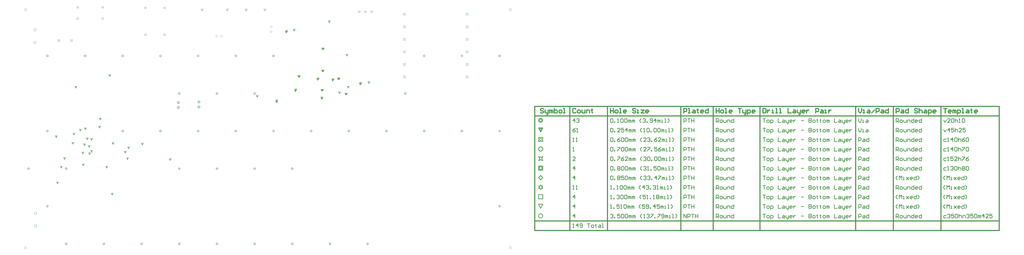
<source format=gbr>
%TF.GenerationSoftware,Altium Limited,Altium Designer,20.0.13 (296)*%
G04 Layer_Color=2752767*
%FSLAX45Y45*%
%MOMM*%
%TF.FileFunction,Drawing*%
%TF.Part,Single*%
G01*
G75*
%TA.AperFunction,NonConductor*%
%ADD70C,0.25400*%
%ADD106C,0.38100*%
%ADD125C,0.08467*%
%ADD126C,0.40640*%
D70*
X20906387Y-4765983D02*
G03*
X20906387Y-4765983I-50800J0D01*
G01*
X20940254D02*
G03*
X20940254Y-4765983I-84667J0D01*
G01*
Y-8575983D02*
G03*
X20940254Y-8575983I-84667J0D01*
G01*
X20855586Y-5197783D02*
X20906387Y-5096183D01*
X20804787D02*
X20906387D01*
X20804787D02*
X20855586Y-5197783D01*
Y-5231650D02*
X20940254Y-5062317D01*
X20770921D02*
X20940254D01*
X20770921D02*
X20855586Y-5231650D01*
X20770921Y-5612650D02*
Y-5570317D01*
X20813254Y-5527983D01*
X20770921Y-5485650D02*
X20813254Y-5527983D01*
X20770921Y-5485650D02*
Y-5443317D01*
X20813254D01*
X20855586Y-5485650D01*
X20897922Y-5443317D01*
X20940254D01*
Y-5485650D02*
Y-5443317D01*
X20897922Y-5527983D02*
X20940254Y-5485650D01*
X20897922Y-5527983D02*
X20940254Y-5570317D01*
Y-5612650D02*
Y-5570317D01*
X20897922Y-5612650D02*
X20940254D01*
X20855586Y-5570317D02*
X20897922Y-5612650D01*
X20813254D02*
X20855586Y-5570317D01*
X20770921Y-5612650D02*
X20813254D01*
X20770921Y-5951317D02*
X20813254D01*
X20770921D02*
Y-5866650D01*
X20813254D01*
Y-5824317D01*
X20897922D01*
Y-5866650D02*
Y-5824317D01*
Y-5866650D02*
X20940254D01*
Y-5951317D02*
Y-5866650D01*
X20897922Y-5951317D02*
X20940254D01*
X20897922Y-5993650D02*
Y-5951317D01*
X20813254Y-5993650D02*
X20897922D01*
X20813254D02*
Y-5951317D01*
X20770921Y-6374650D02*
X20855586Y-6332317D01*
X20940254Y-6374650D01*
X20897922Y-6289983D02*
X20940254Y-6374650D01*
X20897922Y-6289983D02*
X20940254Y-6205317D01*
X20855586Y-6247650D02*
X20940254Y-6205317D01*
X20770921D02*
X20855586Y-6247650D01*
X20770921Y-6205317D02*
X20813254Y-6289983D01*
X20770921Y-6374650D02*
X20813254Y-6289983D01*
X20804787Y-6721783D02*
X20906387D01*
Y-6620183D01*
X20804787D02*
X20906387D01*
X20804787Y-6721783D02*
Y-6620183D01*
X20770921Y-6755650D02*
X20940254D01*
Y-6586317D01*
X20770921D02*
X20940254D01*
X20770921Y-6755650D02*
Y-6586317D01*
Y-7051983D02*
X20855586Y-7136650D01*
X20940254Y-7051983D01*
X20855586Y-6967317D02*
X20940254Y-7051983D01*
X20770921D02*
X20855586Y-6967317D01*
X20813254Y-7475317D02*
X20855586Y-7517650D01*
X20770921Y-7475317D02*
X20813254D01*
X20770921D02*
X20813254Y-7432983D01*
X20770921Y-7390650D02*
X20813254Y-7432983D01*
X20770921Y-7390650D02*
X20813254D01*
X20855586Y-7348317D01*
X20897922Y-7390650D01*
X20940254D01*
X20897922Y-7432983D02*
X20940254Y-7390650D01*
X20897922Y-7432983D02*
X20940254Y-7475317D01*
X20897922D02*
X20940254D01*
X20855586Y-7517650D02*
X20897922Y-7475317D01*
X20770921Y-7898650D02*
X20940254D01*
Y-7729317D01*
X20770921D02*
X20940254D01*
X20770921Y-7898650D02*
Y-7729317D01*
X20855586Y-8279650D02*
X20940254Y-8110317D01*
X20770921D02*
X20940254D01*
X20770921D02*
X20855586Y-8279650D01*
X36901108Y-4749083D02*
X36951892Y-4850650D01*
X37002676Y-4749083D01*
X37155026Y-4850650D02*
X37053458D01*
X37155026Y-4749083D01*
Y-4723691D01*
X37129633Y-4698299D01*
X37078851D01*
X37053458Y-4723691D01*
X37205807D02*
X37231201Y-4698299D01*
X37281985D01*
X37307376Y-4723691D01*
Y-4825258D01*
X37281985Y-4850650D01*
X37231201D01*
X37205807Y-4825258D01*
Y-4723691D01*
X37358160Y-4698299D02*
Y-4850650D01*
Y-4774475D01*
X37383551Y-4749083D01*
X37434335D01*
X37459726Y-4774475D01*
Y-4850650D01*
X37510510D02*
X37561295D01*
X37535901D01*
Y-4698299D01*
X37510510Y-4723691D01*
X37637469D02*
X37662860Y-4698299D01*
X37713644D01*
X37739038Y-4723691D01*
Y-4825258D01*
X37713644Y-4850650D01*
X37662860D01*
X37637469Y-4825258D01*
Y-4723691D01*
X36901108Y-5130083D02*
X36951892Y-5231650D01*
X37002676Y-5130083D01*
X37129633Y-5231650D02*
Y-5079299D01*
X37053458Y-5155475D01*
X37155026D01*
X37307376Y-5079299D02*
X37205807D01*
Y-5155475D01*
X37256592Y-5130083D01*
X37281985D01*
X37307376Y-5155475D01*
Y-5206258D01*
X37281985Y-5231650D01*
X37231201D01*
X37205807Y-5206258D01*
X37358160Y-5079299D02*
Y-5231650D01*
Y-5155475D01*
X37383551Y-5130083D01*
X37434335D01*
X37459726Y-5155475D01*
Y-5231650D01*
X37612079D02*
X37510510D01*
X37612079Y-5130083D01*
Y-5104691D01*
X37586685Y-5079299D01*
X37535901D01*
X37510510Y-5104691D01*
X37764429Y-5079299D02*
X37662860D01*
Y-5155475D01*
X37713644Y-5130083D01*
X37739038D01*
X37764429Y-5155475D01*
Y-5206258D01*
X37739038Y-5231650D01*
X37688254D01*
X37662860Y-5206258D01*
X37002676Y-5511083D02*
X36926498D01*
X36901108Y-5536475D01*
Y-5587258D01*
X36926498Y-5612650D01*
X37002676D01*
X37053458D02*
X37104242D01*
X37078851D01*
Y-5460299D01*
X37053458Y-5485691D01*
X37256592Y-5612650D02*
Y-5460299D01*
X37180417Y-5536475D01*
X37281985D01*
X37332767Y-5485691D02*
X37358160Y-5460299D01*
X37408942D01*
X37434335Y-5485691D01*
Y-5587258D01*
X37408942Y-5612650D01*
X37358160D01*
X37332767Y-5587258D01*
Y-5485691D01*
X37485120Y-5460299D02*
Y-5612650D01*
Y-5536475D01*
X37510510Y-5511083D01*
X37561295D01*
X37586685Y-5536475D01*
Y-5612650D01*
X37739038Y-5460299D02*
X37688254Y-5485691D01*
X37637469Y-5536475D01*
Y-5587258D01*
X37662860Y-5612650D01*
X37713644D01*
X37739038Y-5587258D01*
Y-5561866D01*
X37713644Y-5536475D01*
X37637469D01*
X37789819Y-5485691D02*
X37815213Y-5460299D01*
X37865994D01*
X37891388Y-5485691D01*
Y-5587258D01*
X37865994Y-5612650D01*
X37815213D01*
X37789819Y-5587258D01*
Y-5485691D01*
X37002676Y-5892083D02*
X36926498D01*
X36901108Y-5917475D01*
Y-5968258D01*
X36926498Y-5993650D01*
X37002676D01*
X37053458D02*
X37104242D01*
X37078851D01*
Y-5841299D01*
X37053458Y-5866691D01*
X37256592Y-5993650D02*
Y-5841299D01*
X37180417Y-5917475D01*
X37281985D01*
X37332767Y-5866691D02*
X37358160Y-5841299D01*
X37408942D01*
X37434335Y-5866691D01*
Y-5968258D01*
X37408942Y-5993650D01*
X37358160D01*
X37332767Y-5968258D01*
Y-5866691D01*
X37485120Y-5841299D02*
Y-5993650D01*
Y-5917475D01*
X37510510Y-5892083D01*
X37561295D01*
X37586685Y-5917475D01*
Y-5993650D01*
X37637469Y-5841299D02*
X37739038D01*
Y-5866691D01*
X37637469Y-5968258D01*
Y-5993650D01*
X37789819Y-5866691D02*
X37815213Y-5841299D01*
X37865994D01*
X37891388Y-5866691D01*
Y-5968258D01*
X37865994Y-5993650D01*
X37815213D01*
X37789819Y-5968258D01*
Y-5866691D01*
X37002676Y-6273083D02*
X36926498D01*
X36901108Y-6298475D01*
Y-6349258D01*
X36926498Y-6374650D01*
X37002676D01*
X37053458D02*
X37104242D01*
X37078851D01*
Y-6222299D01*
X37053458Y-6247691D01*
X37281985Y-6222299D02*
X37180417D01*
Y-6298475D01*
X37231201Y-6273083D01*
X37256592D01*
X37281985Y-6298475D01*
Y-6349258D01*
X37256592Y-6374650D01*
X37205807D01*
X37180417Y-6349258D01*
X37434335Y-6374650D02*
X37332767D01*
X37434335Y-6273083D01*
Y-6247691D01*
X37408942Y-6222299D01*
X37358160D01*
X37332767Y-6247691D01*
X37485120Y-6222299D02*
Y-6374650D01*
Y-6298475D01*
X37510510Y-6273083D01*
X37561295D01*
X37586685Y-6298475D01*
Y-6374650D01*
X37637469Y-6222299D02*
X37739038D01*
Y-6247691D01*
X37637469Y-6349258D01*
Y-6374650D01*
X37891388Y-6222299D02*
X37840604Y-6247691D01*
X37789819Y-6298475D01*
Y-6349258D01*
X37815213Y-6374650D01*
X37865994D01*
X37891388Y-6349258D01*
Y-6323866D01*
X37865994Y-6298475D01*
X37789819D01*
X37002676Y-6654083D02*
X36926498D01*
X36901108Y-6679475D01*
Y-6730258D01*
X36926498Y-6755650D01*
X37002676D01*
X37053458D02*
X37104242D01*
X37078851D01*
Y-6603299D01*
X37053458Y-6628691D01*
X37180417D02*
X37205807Y-6603299D01*
X37256592D01*
X37281985Y-6628691D01*
Y-6654083D01*
X37256592Y-6679475D01*
X37231201D01*
X37256592D01*
X37281985Y-6704866D01*
Y-6730258D01*
X37256592Y-6755650D01*
X37205807D01*
X37180417Y-6730258D01*
X37332767Y-6628691D02*
X37358160Y-6603299D01*
X37408942D01*
X37434335Y-6628691D01*
Y-6730258D01*
X37408942Y-6755650D01*
X37358160D01*
X37332767Y-6730258D01*
Y-6628691D01*
X37485120Y-6603299D02*
Y-6755650D01*
Y-6679475D01*
X37510510Y-6654083D01*
X37561295D01*
X37586685Y-6679475D01*
Y-6755650D01*
X37637469Y-6628691D02*
X37662860Y-6603299D01*
X37713644D01*
X37739038Y-6628691D01*
Y-6654083D01*
X37713644Y-6679475D01*
X37739038Y-6704866D01*
Y-6730258D01*
X37713644Y-6755650D01*
X37662860D01*
X37637469Y-6730258D01*
Y-6704866D01*
X37662860Y-6679475D01*
X37637469Y-6654083D01*
Y-6628691D01*
X37662860Y-6679475D02*
X37713644D01*
X37789819Y-6628691D02*
X37815213Y-6603299D01*
X37865994D01*
X37891388Y-6628691D01*
Y-6730258D01*
X37865994Y-6755650D01*
X37815213D01*
X37789819Y-6730258D01*
Y-6628691D01*
X36951892Y-7136650D02*
X36901108Y-7085866D01*
Y-7035083D01*
X36951892Y-6984299D01*
X37028067Y-7136650D02*
Y-6984299D01*
X37078851Y-7035083D01*
X37129633Y-6984299D01*
Y-7136650D01*
X37180417D02*
X37231201D01*
X37205807D01*
Y-7035083D01*
X37180417D01*
X37307376D02*
X37408942Y-7136650D01*
X37358160Y-7085866D01*
X37408942Y-7035083D01*
X37307376Y-7136650D01*
X37535901D02*
X37485120D01*
X37459726Y-7111258D01*
Y-7060475D01*
X37485120Y-7035083D01*
X37535901D01*
X37561295Y-7060475D01*
Y-7085866D01*
X37459726D01*
X37713644Y-6984299D02*
Y-7136650D01*
X37637469D01*
X37612076Y-7111258D01*
Y-7060475D01*
X37637469Y-7035083D01*
X37713644D01*
X37764429Y-7136650D02*
X37815213Y-7085866D01*
Y-7035083D01*
X37764429Y-6984299D01*
X36951892Y-7517650D02*
X36901108Y-7466866D01*
Y-7416083D01*
X36951892Y-7365299D01*
X37028067Y-7517650D02*
Y-7365299D01*
X37078851Y-7416083D01*
X37129633Y-7365299D01*
Y-7517650D01*
X37180417D02*
X37231201D01*
X37205807D01*
Y-7416083D01*
X37180417D01*
X37307376D02*
X37408942Y-7517650D01*
X37358160Y-7466866D01*
X37408942Y-7416083D01*
X37307376Y-7517650D01*
X37535901D02*
X37485120D01*
X37459726Y-7492258D01*
Y-7441475D01*
X37485120Y-7416083D01*
X37535901D01*
X37561295Y-7441475D01*
Y-7466866D01*
X37459726D01*
X37713644Y-7365299D02*
Y-7517650D01*
X37637469D01*
X37612076Y-7492258D01*
Y-7441475D01*
X37637469Y-7416083D01*
X37713644D01*
X37764429Y-7517650D02*
X37815213Y-7466866D01*
Y-7416083D01*
X37764429Y-7365299D01*
X36951892Y-7898650D02*
X36901108Y-7847866D01*
Y-7797083D01*
X36951892Y-7746299D01*
X37028067Y-7898650D02*
Y-7746299D01*
X37078851Y-7797083D01*
X37129633Y-7746299D01*
Y-7898650D01*
X37180417D02*
X37231201D01*
X37205807D01*
Y-7797083D01*
X37180417D01*
X37307376D02*
X37408942Y-7898650D01*
X37358160Y-7847866D01*
X37408942Y-7797083D01*
X37307376Y-7898650D01*
X37535901D02*
X37485120D01*
X37459726Y-7873258D01*
Y-7822475D01*
X37485120Y-7797083D01*
X37535901D01*
X37561295Y-7822475D01*
Y-7847866D01*
X37459726D01*
X37713644Y-7746299D02*
Y-7898650D01*
X37637469D01*
X37612076Y-7873258D01*
Y-7822475D01*
X37637469Y-7797083D01*
X37713644D01*
X37764429Y-7898650D02*
X37815213Y-7847866D01*
Y-7797083D01*
X37764429Y-7746299D01*
X36951892Y-8279650D02*
X36901108Y-8228866D01*
Y-8178083D01*
X36951892Y-8127299D01*
X37028067Y-8279650D02*
Y-8127299D01*
X37078851Y-8178083D01*
X37129633Y-8127299D01*
Y-8279650D01*
X37180417D02*
X37231201D01*
X37205807D01*
Y-8178083D01*
X37180417D01*
X37307376D02*
X37408942Y-8279650D01*
X37358160Y-8228866D01*
X37408942Y-8178083D01*
X37307376Y-8279650D01*
X37535901D02*
X37485120D01*
X37459726Y-8254258D01*
Y-8203475D01*
X37485120Y-8178083D01*
X37535901D01*
X37561295Y-8203475D01*
Y-8228866D01*
X37459726D01*
X37713644Y-8127299D02*
Y-8279650D01*
X37637469D01*
X37612076Y-8254258D01*
Y-8203475D01*
X37637469Y-8178083D01*
X37713644D01*
X37764429Y-8279650D02*
X37815213Y-8228866D01*
Y-8178083D01*
X37764429Y-8127299D01*
X37002676Y-8559083D02*
X36926498D01*
X36901108Y-8584475D01*
Y-8635258D01*
X36926498Y-8660650D01*
X37002676D01*
X37053458Y-8533691D02*
X37078851Y-8508299D01*
X37129633D01*
X37155026Y-8533691D01*
Y-8559083D01*
X37129633Y-8584475D01*
X37104242D01*
X37129633D01*
X37155026Y-8609866D01*
Y-8635258D01*
X37129633Y-8660650D01*
X37078851D01*
X37053458Y-8635258D01*
X37307376Y-8508299D02*
X37205807D01*
Y-8584475D01*
X37256592Y-8559083D01*
X37281985D01*
X37307376Y-8584475D01*
Y-8635258D01*
X37281985Y-8660650D01*
X37231201D01*
X37205807Y-8635258D01*
X37358160Y-8533691D02*
X37383551Y-8508299D01*
X37434335D01*
X37459726Y-8533691D01*
Y-8635258D01*
X37434335Y-8660650D01*
X37383551D01*
X37358160Y-8635258D01*
Y-8533691D01*
X37510510Y-8508299D02*
Y-8660650D01*
Y-8584475D01*
X37535901Y-8559083D01*
X37586685D01*
X37612079Y-8584475D01*
Y-8660650D01*
X37662860D02*
Y-8559083D01*
X37739038D01*
X37764429Y-8584475D01*
Y-8660650D01*
X37815213Y-8533691D02*
X37840604Y-8508299D01*
X37891388D01*
X37916779Y-8533691D01*
Y-8559083D01*
X37891388Y-8584475D01*
X37865994D01*
X37891388D01*
X37916779Y-8609866D01*
Y-8635258D01*
X37891388Y-8660650D01*
X37840604D01*
X37815213Y-8635258D01*
X38069131Y-8508299D02*
X37967563D01*
Y-8584475D01*
X38018347Y-8559083D01*
X38043738D01*
X38069131Y-8584475D01*
Y-8635258D01*
X38043738Y-8660650D01*
X37992953D01*
X37967563Y-8635258D01*
X38119913Y-8533691D02*
X38145306Y-8508299D01*
X38196088D01*
X38221481Y-8533691D01*
Y-8635258D01*
X38196088Y-8660650D01*
X38145306D01*
X38119913Y-8635258D01*
Y-8533691D01*
X38272263Y-8660650D02*
Y-8559083D01*
X38297656D01*
X38323047Y-8584475D01*
Y-8660650D01*
Y-8584475D01*
X38348438Y-8559083D01*
X38373831Y-8584475D01*
Y-8660650D01*
X38500790D02*
Y-8508299D01*
X38424615Y-8584475D01*
X38526181D01*
X38678534Y-8660650D02*
X38576965D01*
X38678534Y-8559083D01*
Y-8533691D01*
X38653140Y-8508299D01*
X38602356D01*
X38576965Y-8533691D01*
X38830884Y-8508299D02*
X38729315D01*
Y-8584475D01*
X38780099Y-8559083D01*
X38805493D01*
X38830884Y-8584475D01*
Y-8635258D01*
X38805493Y-8660650D01*
X38754709D01*
X38729315Y-8635258D01*
X35006781Y-4850650D02*
Y-4698299D01*
X35082956D01*
X35108347Y-4723691D01*
Y-4774475D01*
X35082956Y-4799866D01*
X35006781D01*
X35057565D02*
X35108347Y-4850650D01*
X35184521D02*
X35235306D01*
X35260699Y-4825258D01*
Y-4774475D01*
X35235306Y-4749083D01*
X35184521D01*
X35159131Y-4774475D01*
Y-4825258D01*
X35184521Y-4850650D01*
X35311481Y-4749083D02*
Y-4825258D01*
X35336874Y-4850650D01*
X35413049D01*
Y-4749083D01*
X35463834Y-4850650D02*
Y-4749083D01*
X35540009D01*
X35565399Y-4774475D01*
Y-4850650D01*
X35717752Y-4698299D02*
Y-4850650D01*
X35641574D01*
X35616183Y-4825258D01*
Y-4774475D01*
X35641574Y-4749083D01*
X35717752D01*
X35844708Y-4850650D02*
X35793927D01*
X35768533Y-4825258D01*
Y-4774475D01*
X35793927Y-4749083D01*
X35844708D01*
X35870102Y-4774475D01*
Y-4799866D01*
X35768533D01*
X36022452Y-4698299D02*
Y-4850650D01*
X35946277D01*
X35920886Y-4825258D01*
Y-4774475D01*
X35946277Y-4749083D01*
X36022452D01*
X35006781Y-5231650D02*
Y-5079299D01*
X35082956D01*
X35108347Y-5104691D01*
Y-5155475D01*
X35082956Y-5180866D01*
X35006781D01*
X35057565D02*
X35108347Y-5231650D01*
X35184521D02*
X35235306D01*
X35260699Y-5206258D01*
Y-5155475D01*
X35235306Y-5130083D01*
X35184521D01*
X35159131Y-5155475D01*
Y-5206258D01*
X35184521Y-5231650D01*
X35311481Y-5130083D02*
Y-5206258D01*
X35336874Y-5231650D01*
X35413049D01*
Y-5130083D01*
X35463834Y-5231650D02*
Y-5130083D01*
X35540009D01*
X35565399Y-5155475D01*
Y-5231650D01*
X35717752Y-5079299D02*
Y-5231650D01*
X35641574D01*
X35616183Y-5206258D01*
Y-5155475D01*
X35641574Y-5130083D01*
X35717752D01*
X35844708Y-5231650D02*
X35793927D01*
X35768533Y-5206258D01*
Y-5155475D01*
X35793927Y-5130083D01*
X35844708D01*
X35870102Y-5155475D01*
Y-5180866D01*
X35768533D01*
X36022452Y-5079299D02*
Y-5231650D01*
X35946277D01*
X35920886Y-5206258D01*
Y-5155475D01*
X35946277Y-5130083D01*
X36022452D01*
X35006781Y-5612650D02*
Y-5460299D01*
X35082956D01*
X35108347Y-5485691D01*
Y-5536475D01*
X35082956Y-5561866D01*
X35006781D01*
X35057565D02*
X35108347Y-5612650D01*
X35184521D02*
X35235306D01*
X35260699Y-5587258D01*
Y-5536475D01*
X35235306Y-5511083D01*
X35184521D01*
X35159131Y-5536475D01*
Y-5587258D01*
X35184521Y-5612650D01*
X35311481Y-5511083D02*
Y-5587258D01*
X35336874Y-5612650D01*
X35413049D01*
Y-5511083D01*
X35463834Y-5612650D02*
Y-5511083D01*
X35540009D01*
X35565399Y-5536475D01*
Y-5612650D01*
X35717752Y-5460299D02*
Y-5612650D01*
X35641574D01*
X35616183Y-5587258D01*
Y-5536475D01*
X35641574Y-5511083D01*
X35717752D01*
X35844708Y-5612650D02*
X35793927D01*
X35768533Y-5587258D01*
Y-5536475D01*
X35793927Y-5511083D01*
X35844708D01*
X35870102Y-5536475D01*
Y-5561866D01*
X35768533D01*
X36022452Y-5460299D02*
Y-5612650D01*
X35946277D01*
X35920886Y-5587258D01*
Y-5536475D01*
X35946277Y-5511083D01*
X36022452D01*
X35006781Y-5993650D02*
Y-5841299D01*
X35082956D01*
X35108347Y-5866691D01*
Y-5917475D01*
X35082956Y-5942866D01*
X35006781D01*
X35057565D02*
X35108347Y-5993650D01*
X35184521D02*
X35235306D01*
X35260699Y-5968258D01*
Y-5917475D01*
X35235306Y-5892083D01*
X35184521D01*
X35159131Y-5917475D01*
Y-5968258D01*
X35184521Y-5993650D01*
X35311481Y-5892083D02*
Y-5968258D01*
X35336874Y-5993650D01*
X35413049D01*
Y-5892083D01*
X35463834Y-5993650D02*
Y-5892083D01*
X35540009D01*
X35565399Y-5917475D01*
Y-5993650D01*
X35717752Y-5841299D02*
Y-5993650D01*
X35641574D01*
X35616183Y-5968258D01*
Y-5917475D01*
X35641574Y-5892083D01*
X35717752D01*
X35844708Y-5993650D02*
X35793927D01*
X35768533Y-5968258D01*
Y-5917475D01*
X35793927Y-5892083D01*
X35844708D01*
X35870102Y-5917475D01*
Y-5942866D01*
X35768533D01*
X36022452Y-5841299D02*
Y-5993650D01*
X35946277D01*
X35920886Y-5968258D01*
Y-5917475D01*
X35946277Y-5892083D01*
X36022452D01*
X35006781Y-6374650D02*
Y-6222299D01*
X35082956D01*
X35108347Y-6247691D01*
Y-6298475D01*
X35082956Y-6323866D01*
X35006781D01*
X35057565D02*
X35108347Y-6374650D01*
X35184521D02*
X35235306D01*
X35260699Y-6349258D01*
Y-6298475D01*
X35235306Y-6273083D01*
X35184521D01*
X35159131Y-6298475D01*
Y-6349258D01*
X35184521Y-6374650D01*
X35311481Y-6273083D02*
Y-6349258D01*
X35336874Y-6374650D01*
X35413049D01*
Y-6273083D01*
X35463834Y-6374650D02*
Y-6273083D01*
X35540009D01*
X35565399Y-6298475D01*
Y-6374650D01*
X35717752Y-6222299D02*
Y-6374650D01*
X35641574D01*
X35616183Y-6349258D01*
Y-6298475D01*
X35641574Y-6273083D01*
X35717752D01*
X35844708Y-6374650D02*
X35793927D01*
X35768533Y-6349258D01*
Y-6298475D01*
X35793927Y-6273083D01*
X35844708D01*
X35870102Y-6298475D01*
Y-6323866D01*
X35768533D01*
X36022452Y-6222299D02*
Y-6374650D01*
X35946277D01*
X35920886Y-6349258D01*
Y-6298475D01*
X35946277Y-6273083D01*
X36022452D01*
X35006781Y-6755650D02*
Y-6603299D01*
X35082956D01*
X35108347Y-6628691D01*
Y-6679475D01*
X35082956Y-6704866D01*
X35006781D01*
X35057565D02*
X35108347Y-6755650D01*
X35184521D02*
X35235306D01*
X35260699Y-6730258D01*
Y-6679475D01*
X35235306Y-6654083D01*
X35184521D01*
X35159131Y-6679475D01*
Y-6730258D01*
X35184521Y-6755650D01*
X35311481Y-6654083D02*
Y-6730258D01*
X35336874Y-6755650D01*
X35413049D01*
Y-6654083D01*
X35463834Y-6755650D02*
Y-6654083D01*
X35540009D01*
X35565399Y-6679475D01*
Y-6755650D01*
X35717752Y-6603299D02*
Y-6755650D01*
X35641574D01*
X35616183Y-6730258D01*
Y-6679475D01*
X35641574Y-6654083D01*
X35717752D01*
X35844708Y-6755650D02*
X35793927D01*
X35768533Y-6730258D01*
Y-6679475D01*
X35793927Y-6654083D01*
X35844708D01*
X35870102Y-6679475D01*
Y-6704866D01*
X35768533D01*
X36022452Y-6603299D02*
Y-6755650D01*
X35946277D01*
X35920886Y-6730258D01*
Y-6679475D01*
X35946277Y-6654083D01*
X36022452D01*
X35057565Y-7136650D02*
X35006781Y-7085866D01*
Y-7035083D01*
X35057565Y-6984299D01*
X35133740Y-7136650D02*
Y-6984299D01*
X35184521Y-7035083D01*
X35235306Y-6984299D01*
Y-7136650D01*
X35286090D02*
X35336874D01*
X35311481D01*
Y-7035083D01*
X35286090D01*
X35413049D02*
X35514615Y-7136650D01*
X35463831Y-7085866D01*
X35514615Y-7035083D01*
X35413049Y-7136650D01*
X35641574D02*
X35590790D01*
X35565399Y-7111258D01*
Y-7060475D01*
X35590790Y-7035083D01*
X35641574D01*
X35666968Y-7060475D01*
Y-7085866D01*
X35565399D01*
X35819318Y-6984299D02*
Y-7136650D01*
X35743143D01*
X35717749Y-7111258D01*
Y-7060475D01*
X35743143Y-7035083D01*
X35819318D01*
X35870102Y-7136650D02*
X35920883Y-7085866D01*
Y-7035083D01*
X35870102Y-6984299D01*
X35006781Y-7517650D02*
Y-7365299D01*
X35082956D01*
X35108347Y-7390691D01*
Y-7441475D01*
X35082956Y-7466866D01*
X35006781D01*
X35057565D02*
X35108347Y-7517650D01*
X35184521D02*
X35235306D01*
X35260699Y-7492258D01*
Y-7441475D01*
X35235306Y-7416083D01*
X35184521D01*
X35159131Y-7441475D01*
Y-7492258D01*
X35184521Y-7517650D01*
X35311481Y-7416083D02*
Y-7492258D01*
X35336874Y-7517650D01*
X35413049D01*
Y-7416083D01*
X35463834Y-7517650D02*
Y-7416083D01*
X35540009D01*
X35565399Y-7441475D01*
Y-7517650D01*
X35717752Y-7365299D02*
Y-7517650D01*
X35641574D01*
X35616183Y-7492258D01*
Y-7441475D01*
X35641574Y-7416083D01*
X35717752D01*
X35844708Y-7517650D02*
X35793927D01*
X35768533Y-7492258D01*
Y-7441475D01*
X35793927Y-7416083D01*
X35844708D01*
X35870102Y-7441475D01*
Y-7466866D01*
X35768533D01*
X36022452Y-7365299D02*
Y-7517650D01*
X35946277D01*
X35920886Y-7492258D01*
Y-7441475D01*
X35946277Y-7416083D01*
X36022452D01*
X35057565Y-7898650D02*
X35006781Y-7847866D01*
Y-7797083D01*
X35057565Y-7746299D01*
X35133740Y-7898650D02*
Y-7746299D01*
X35184521Y-7797083D01*
X35235306Y-7746299D01*
Y-7898650D01*
X35286090D02*
X35336874D01*
X35311481D01*
Y-7797083D01*
X35286090D01*
X35413049D02*
X35514615Y-7898650D01*
X35463831Y-7847866D01*
X35514615Y-7797083D01*
X35413049Y-7898650D01*
X35641574D02*
X35590790D01*
X35565399Y-7873258D01*
Y-7822475D01*
X35590790Y-7797083D01*
X35641574D01*
X35666968Y-7822475D01*
Y-7847866D01*
X35565399D01*
X35819318Y-7746299D02*
Y-7898650D01*
X35743143D01*
X35717749Y-7873258D01*
Y-7822475D01*
X35743143Y-7797083D01*
X35819318D01*
X35870102Y-7898650D02*
X35920883Y-7847866D01*
Y-7797083D01*
X35870102Y-7746299D01*
X35057565Y-8279650D02*
X35006781Y-8228866D01*
Y-8178083D01*
X35057565Y-8127299D01*
X35133740Y-8279650D02*
Y-8127299D01*
X35184521Y-8178083D01*
X35235306Y-8127299D01*
Y-8279650D01*
X35286090D02*
X35336874D01*
X35311481D01*
Y-8178083D01*
X35286090D01*
X35413049D02*
X35514615Y-8279650D01*
X35463831Y-8228866D01*
X35514615Y-8178083D01*
X35413049Y-8279650D01*
X35641574D02*
X35590790D01*
X35565399Y-8254258D01*
Y-8203475D01*
X35590790Y-8178083D01*
X35641574D01*
X35666968Y-8203475D01*
Y-8228866D01*
X35565399D01*
X35819318Y-8127299D02*
Y-8279650D01*
X35743143D01*
X35717749Y-8254258D01*
Y-8203475D01*
X35743143Y-8178083D01*
X35819318D01*
X35870102Y-8279650D02*
X35920883Y-8228866D01*
Y-8178083D01*
X35870102Y-8127299D01*
X35006781Y-8660650D02*
Y-8508299D01*
X35082956D01*
X35108347Y-8533691D01*
Y-8584475D01*
X35082956Y-8609866D01*
X35006781D01*
X35057565D02*
X35108347Y-8660650D01*
X35184521D02*
X35235306D01*
X35260699Y-8635258D01*
Y-8584475D01*
X35235306Y-8559083D01*
X35184521D01*
X35159131Y-8584475D01*
Y-8635258D01*
X35184521Y-8660650D01*
X35311481Y-8559083D02*
Y-8635258D01*
X35336874Y-8660650D01*
X35413049D01*
Y-8559083D01*
X35463834Y-8660650D02*
Y-8559083D01*
X35540009D01*
X35565399Y-8584475D01*
Y-8660650D01*
X35717752Y-8508299D02*
Y-8660650D01*
X35641574D01*
X35616183Y-8635258D01*
Y-8584475D01*
X35641574Y-8559083D01*
X35717752D01*
X35844708Y-8660650D02*
X35793927D01*
X35768533Y-8635258D01*
Y-8584475D01*
X35793927Y-8559083D01*
X35844708D01*
X35870102Y-8584475D01*
Y-8609866D01*
X35768533D01*
X36022452Y-8508299D02*
Y-8660650D01*
X35946277D01*
X35920886Y-8635258D01*
Y-8584475D01*
X35946277Y-8559083D01*
X36022452D01*
X33508566Y-4698299D02*
Y-4799866D01*
X33559348Y-4850650D01*
X33610132Y-4799866D01*
Y-4698299D01*
X33660916Y-4850650D02*
X33711700D01*
X33686307D01*
Y-4749083D01*
X33660916D01*
X33813266D02*
X33864050D01*
X33889441Y-4774475D01*
Y-4850650D01*
X33813266D01*
X33787875Y-4825258D01*
X33813266Y-4799866D01*
X33889441D01*
X33508566Y-5079299D02*
Y-5180866D01*
X33559348Y-5231650D01*
X33610132Y-5180866D01*
Y-5079299D01*
X33660916Y-5231650D02*
X33711700D01*
X33686307D01*
Y-5130083D01*
X33660916D01*
X33813266D02*
X33864050D01*
X33889441Y-5155475D01*
Y-5231650D01*
X33813266D01*
X33787875Y-5206258D01*
X33813266Y-5180866D01*
X33889441D01*
X33508566Y-5612650D02*
Y-5460299D01*
X33584741D01*
X33610132Y-5485691D01*
Y-5536475D01*
X33584741Y-5561866D01*
X33508566D01*
X33686307Y-5511083D02*
X33737091D01*
X33762482Y-5536475D01*
Y-5612650D01*
X33686307D01*
X33660916Y-5587258D01*
X33686307Y-5561866D01*
X33762482D01*
X33914835Y-5460299D02*
Y-5612650D01*
X33838657D01*
X33813266Y-5587258D01*
Y-5536475D01*
X33838657Y-5511083D01*
X33914835D01*
X33508566Y-5993650D02*
Y-5841299D01*
X33584741D01*
X33610132Y-5866691D01*
Y-5917475D01*
X33584741Y-5942866D01*
X33508566D01*
X33686307Y-5892083D02*
X33737091D01*
X33762482Y-5917475D01*
Y-5993650D01*
X33686307D01*
X33660916Y-5968258D01*
X33686307Y-5942866D01*
X33762482D01*
X33914835Y-5841299D02*
Y-5993650D01*
X33838657D01*
X33813266Y-5968258D01*
Y-5917475D01*
X33838657Y-5892083D01*
X33914835D01*
X33508566Y-6374650D02*
Y-6222299D01*
X33584741D01*
X33610132Y-6247691D01*
Y-6298475D01*
X33584741Y-6323866D01*
X33508566D01*
X33686307Y-6273083D02*
X33737091D01*
X33762482Y-6298475D01*
Y-6374650D01*
X33686307D01*
X33660916Y-6349258D01*
X33686307Y-6323866D01*
X33762482D01*
X33914835Y-6222299D02*
Y-6374650D01*
X33838657D01*
X33813266Y-6349258D01*
Y-6298475D01*
X33838657Y-6273083D01*
X33914835D01*
X33508566Y-6755650D02*
Y-6603299D01*
X33584741D01*
X33610132Y-6628691D01*
Y-6679475D01*
X33584741Y-6704866D01*
X33508566D01*
X33686307Y-6654083D02*
X33737091D01*
X33762482Y-6679475D01*
Y-6755650D01*
X33686307D01*
X33660916Y-6730258D01*
X33686307Y-6704866D01*
X33762482D01*
X33914835Y-6603299D02*
Y-6755650D01*
X33838657D01*
X33813266Y-6730258D01*
Y-6679475D01*
X33838657Y-6654083D01*
X33914835D01*
X33508566Y-7136650D02*
Y-6984299D01*
X33584741D01*
X33610132Y-7009691D01*
Y-7060475D01*
X33584741Y-7085866D01*
X33508566D01*
X33686307Y-7035083D02*
X33737091D01*
X33762482Y-7060475D01*
Y-7136650D01*
X33686307D01*
X33660916Y-7111258D01*
X33686307Y-7085866D01*
X33762482D01*
X33914835Y-6984299D02*
Y-7136650D01*
X33838657D01*
X33813266Y-7111258D01*
Y-7060475D01*
X33838657Y-7035083D01*
X33914835D01*
X33508566Y-7517650D02*
Y-7365299D01*
X33584741D01*
X33610132Y-7390691D01*
Y-7441475D01*
X33584741Y-7466866D01*
X33508566D01*
X33686307Y-7416083D02*
X33737091D01*
X33762482Y-7441475D01*
Y-7517650D01*
X33686307D01*
X33660916Y-7492258D01*
X33686307Y-7466866D01*
X33762482D01*
X33914835Y-7365299D02*
Y-7517650D01*
X33838657D01*
X33813266Y-7492258D01*
Y-7441475D01*
X33838657Y-7416083D01*
X33914835D01*
X33508566Y-7898650D02*
Y-7746299D01*
X33584741D01*
X33610132Y-7771691D01*
Y-7822475D01*
X33584741Y-7847866D01*
X33508566D01*
X33686307Y-7797083D02*
X33737091D01*
X33762482Y-7822475D01*
Y-7898650D01*
X33686307D01*
X33660916Y-7873258D01*
X33686307Y-7847866D01*
X33762482D01*
X33914835Y-7746299D02*
Y-7898650D01*
X33838657D01*
X33813266Y-7873258D01*
Y-7822475D01*
X33838657Y-7797083D01*
X33914835D01*
X33508566Y-8279650D02*
Y-8127299D01*
X33584741D01*
X33610132Y-8152691D01*
Y-8203475D01*
X33584741Y-8228866D01*
X33508566D01*
X33686307Y-8178083D02*
X33737091D01*
X33762482Y-8203475D01*
Y-8279650D01*
X33686307D01*
X33660916Y-8254258D01*
X33686307Y-8228866D01*
X33762482D01*
X33914835Y-8127299D02*
Y-8279650D01*
X33838657D01*
X33813266Y-8254258D01*
Y-8203475D01*
X33838657Y-8178083D01*
X33914835D01*
X33508566Y-8660650D02*
Y-8508299D01*
X33584741D01*
X33610132Y-8533691D01*
Y-8584475D01*
X33584741Y-8609866D01*
X33508566D01*
X33686307Y-8559083D02*
X33737091D01*
X33762482Y-8584475D01*
Y-8660650D01*
X33686307D01*
X33660916Y-8635258D01*
X33686307Y-8609866D01*
X33762482D01*
X33914835Y-8508299D02*
Y-8660650D01*
X33838657D01*
X33813266Y-8635258D01*
Y-8584475D01*
X33838657Y-8559083D01*
X33914835D01*
X29699707Y-4698299D02*
X29801273D01*
X29750491D01*
Y-4850650D01*
X29877448D02*
X29928232D01*
X29953625Y-4825258D01*
Y-4774475D01*
X29928232Y-4749083D01*
X29877448D01*
X29852057Y-4774475D01*
Y-4825258D01*
X29877448Y-4850650D01*
X30004407Y-4901433D02*
Y-4749083D01*
X30080582D01*
X30105975Y-4774475D01*
Y-4825258D01*
X30080582Y-4850650D01*
X30004407D01*
X30309109Y-4698299D02*
Y-4850650D01*
X30410678D01*
X30486853Y-4749083D02*
X30537637D01*
X30563028Y-4774475D01*
Y-4850650D01*
X30486853D01*
X30461459Y-4825258D01*
X30486853Y-4799866D01*
X30563028D01*
X30613812Y-4749083D02*
Y-4825258D01*
X30639203Y-4850650D01*
X30715378D01*
Y-4876042D01*
X30689987Y-4901433D01*
X30664594D01*
X30715378Y-4850650D02*
Y-4749083D01*
X30842337Y-4850650D02*
X30791553D01*
X30766162Y-4825258D01*
Y-4774475D01*
X30791553Y-4749083D01*
X30842337D01*
X30867728Y-4774475D01*
Y-4799866D01*
X30766162D01*
X30918512Y-4749083D02*
Y-4850650D01*
Y-4799866D01*
X30943903Y-4774475D01*
X30969296Y-4749083D01*
X30994687D01*
X31223215Y-4774475D02*
X31324780D01*
X31527914Y-4698299D02*
Y-4850650D01*
X31604092D01*
X31629483Y-4825258D01*
Y-4799866D01*
X31604092Y-4774475D01*
X31527914D01*
X31604092D01*
X31629483Y-4749083D01*
Y-4723691D01*
X31604092Y-4698299D01*
X31527914D01*
X31705658Y-4850650D02*
X31756442D01*
X31781833Y-4825258D01*
Y-4774475D01*
X31756442Y-4749083D01*
X31705658D01*
X31680267Y-4774475D01*
Y-4825258D01*
X31705658Y-4850650D01*
X31858008Y-4723691D02*
Y-4749083D01*
X31832617D01*
X31883401D01*
X31858008D01*
Y-4825258D01*
X31883401Y-4850650D01*
X31984967Y-4723691D02*
Y-4749083D01*
X31959576D01*
X32010358D01*
X31984967D01*
Y-4825258D01*
X32010358Y-4850650D01*
X32111926D02*
X32162711D01*
X32188101Y-4825258D01*
Y-4774475D01*
X32162711Y-4749083D01*
X32111926D01*
X32086536Y-4774475D01*
Y-4825258D01*
X32111926Y-4850650D01*
X32238885D02*
Y-4749083D01*
X32264276D01*
X32289670Y-4774475D01*
Y-4850650D01*
Y-4774475D01*
X32315060Y-4749083D01*
X32340451Y-4774475D01*
Y-4850650D01*
X32543588Y-4698299D02*
Y-4850650D01*
X32645154D01*
X32721329Y-4749083D02*
X32772113D01*
X32797504Y-4774475D01*
Y-4850650D01*
X32721329D01*
X32695938Y-4825258D01*
X32721329Y-4799866D01*
X32797504D01*
X32848288Y-4749083D02*
Y-4825258D01*
X32873679Y-4850650D01*
X32949854D01*
Y-4876042D01*
X32924463Y-4901433D01*
X32899072D01*
X32949854Y-4850650D02*
Y-4749083D01*
X33076813Y-4850650D02*
X33026031D01*
X33000638Y-4825258D01*
Y-4774475D01*
X33026031Y-4749083D01*
X33076813D01*
X33102206Y-4774475D01*
Y-4799866D01*
X33000638D01*
X33152991Y-4749083D02*
Y-4850650D01*
Y-4799866D01*
X33178381Y-4774475D01*
X33203772Y-4749083D01*
X33229166D01*
X29699707Y-5079299D02*
X29801273D01*
X29750491D01*
Y-5231650D01*
X29877448D02*
X29928232D01*
X29953625Y-5206258D01*
Y-5155475D01*
X29928232Y-5130083D01*
X29877448D01*
X29852057Y-5155475D01*
Y-5206258D01*
X29877448Y-5231650D01*
X30004407Y-5282433D02*
Y-5130083D01*
X30080582D01*
X30105975Y-5155475D01*
Y-5206258D01*
X30080582Y-5231650D01*
X30004407D01*
X30309109Y-5079299D02*
Y-5231650D01*
X30410678D01*
X30486853Y-5130083D02*
X30537637D01*
X30563028Y-5155475D01*
Y-5231650D01*
X30486853D01*
X30461459Y-5206258D01*
X30486853Y-5180866D01*
X30563028D01*
X30613812Y-5130083D02*
Y-5206258D01*
X30639203Y-5231650D01*
X30715378D01*
Y-5257042D01*
X30689987Y-5282433D01*
X30664594D01*
X30715378Y-5231650D02*
Y-5130083D01*
X30842337Y-5231650D02*
X30791553D01*
X30766162Y-5206258D01*
Y-5155475D01*
X30791553Y-5130083D01*
X30842337D01*
X30867728Y-5155475D01*
Y-5180866D01*
X30766162D01*
X30918512Y-5130083D02*
Y-5231650D01*
Y-5180866D01*
X30943903Y-5155475D01*
X30969296Y-5130083D01*
X30994687D01*
X31223215Y-5155475D02*
X31324780D01*
X31527914Y-5079299D02*
Y-5231650D01*
X31604092D01*
X31629483Y-5206258D01*
Y-5180866D01*
X31604092Y-5155475D01*
X31527914D01*
X31604092D01*
X31629483Y-5130083D01*
Y-5104691D01*
X31604092Y-5079299D01*
X31527914D01*
X31705658Y-5231650D02*
X31756442D01*
X31781833Y-5206258D01*
Y-5155475D01*
X31756442Y-5130083D01*
X31705658D01*
X31680267Y-5155475D01*
Y-5206258D01*
X31705658Y-5231650D01*
X31858008Y-5104691D02*
Y-5130083D01*
X31832617D01*
X31883401D01*
X31858008D01*
Y-5206258D01*
X31883401Y-5231650D01*
X31984967Y-5104691D02*
Y-5130083D01*
X31959576D01*
X32010358D01*
X31984967D01*
Y-5206258D01*
X32010358Y-5231650D01*
X32111926D02*
X32162711D01*
X32188101Y-5206258D01*
Y-5155475D01*
X32162711Y-5130083D01*
X32111926D01*
X32086536Y-5155475D01*
Y-5206258D01*
X32111926Y-5231650D01*
X32238885D02*
Y-5130083D01*
X32264276D01*
X32289670Y-5155475D01*
Y-5231650D01*
Y-5155475D01*
X32315060Y-5130083D01*
X32340451Y-5155475D01*
Y-5231650D01*
X32543588Y-5079299D02*
Y-5231650D01*
X32645154D01*
X32721329Y-5130083D02*
X32772113D01*
X32797504Y-5155475D01*
Y-5231650D01*
X32721329D01*
X32695938Y-5206258D01*
X32721329Y-5180866D01*
X32797504D01*
X32848288Y-5130083D02*
Y-5206258D01*
X32873679Y-5231650D01*
X32949854D01*
Y-5257042D01*
X32924463Y-5282433D01*
X32899072D01*
X32949854Y-5231650D02*
Y-5130083D01*
X33076813Y-5231650D02*
X33026031D01*
X33000638Y-5206258D01*
Y-5155475D01*
X33026031Y-5130083D01*
X33076813D01*
X33102206Y-5155475D01*
Y-5180866D01*
X33000638D01*
X33152991Y-5130083D02*
Y-5231650D01*
Y-5180866D01*
X33178381Y-5155475D01*
X33203772Y-5130083D01*
X33229166D01*
X29699707Y-5460299D02*
X29801273D01*
X29750491D01*
Y-5612650D01*
X29877448D02*
X29928232D01*
X29953625Y-5587258D01*
Y-5536475D01*
X29928232Y-5511083D01*
X29877448D01*
X29852057Y-5536475D01*
Y-5587258D01*
X29877448Y-5612650D01*
X30004407Y-5663433D02*
Y-5511083D01*
X30080582D01*
X30105975Y-5536475D01*
Y-5587258D01*
X30080582Y-5612650D01*
X30004407D01*
X30309109Y-5460299D02*
Y-5612650D01*
X30410678D01*
X30486853Y-5511083D02*
X30537637D01*
X30563028Y-5536475D01*
Y-5612650D01*
X30486853D01*
X30461459Y-5587258D01*
X30486853Y-5561866D01*
X30563028D01*
X30613812Y-5511083D02*
Y-5587258D01*
X30639203Y-5612650D01*
X30715378D01*
Y-5638042D01*
X30689987Y-5663433D01*
X30664594D01*
X30715378Y-5612650D02*
Y-5511083D01*
X30842337Y-5612650D02*
X30791553D01*
X30766162Y-5587258D01*
Y-5536475D01*
X30791553Y-5511083D01*
X30842337D01*
X30867728Y-5536475D01*
Y-5561866D01*
X30766162D01*
X30918512Y-5511083D02*
Y-5612650D01*
Y-5561866D01*
X30943903Y-5536475D01*
X30969296Y-5511083D01*
X30994687D01*
X31223215Y-5536475D02*
X31324780D01*
X31527914Y-5460299D02*
Y-5612650D01*
X31604092D01*
X31629483Y-5587258D01*
Y-5561866D01*
X31604092Y-5536475D01*
X31527914D01*
X31604092D01*
X31629483Y-5511083D01*
Y-5485691D01*
X31604092Y-5460299D01*
X31527914D01*
X31705658Y-5612650D02*
X31756442D01*
X31781833Y-5587258D01*
Y-5536475D01*
X31756442Y-5511083D01*
X31705658D01*
X31680267Y-5536475D01*
Y-5587258D01*
X31705658Y-5612650D01*
X31858008Y-5485691D02*
Y-5511083D01*
X31832617D01*
X31883401D01*
X31858008D01*
Y-5587258D01*
X31883401Y-5612650D01*
X31984967Y-5485691D02*
Y-5511083D01*
X31959576D01*
X32010358D01*
X31984967D01*
Y-5587258D01*
X32010358Y-5612650D01*
X32111926D02*
X32162711D01*
X32188101Y-5587258D01*
Y-5536475D01*
X32162711Y-5511083D01*
X32111926D01*
X32086536Y-5536475D01*
Y-5587258D01*
X32111926Y-5612650D01*
X32238885D02*
Y-5511083D01*
X32264276D01*
X32289670Y-5536475D01*
Y-5612650D01*
Y-5536475D01*
X32315060Y-5511083D01*
X32340451Y-5536475D01*
Y-5612650D01*
X32543588Y-5460299D02*
Y-5612650D01*
X32645154D01*
X32721329Y-5511083D02*
X32772113D01*
X32797504Y-5536475D01*
Y-5612650D01*
X32721329D01*
X32695938Y-5587258D01*
X32721329Y-5561866D01*
X32797504D01*
X32848288Y-5511083D02*
Y-5587258D01*
X32873679Y-5612650D01*
X32949854D01*
Y-5638042D01*
X32924463Y-5663433D01*
X32899072D01*
X32949854Y-5612650D02*
Y-5511083D01*
X33076813Y-5612650D02*
X33026031D01*
X33000638Y-5587258D01*
Y-5536475D01*
X33026031Y-5511083D01*
X33076813D01*
X33102206Y-5536475D01*
Y-5561866D01*
X33000638D01*
X33152991Y-5511083D02*
Y-5612650D01*
Y-5561866D01*
X33178381Y-5536475D01*
X33203772Y-5511083D01*
X33229166D01*
X29699707Y-5841299D02*
X29801273D01*
X29750491D01*
Y-5993650D01*
X29877448D02*
X29928232D01*
X29953625Y-5968258D01*
Y-5917475D01*
X29928232Y-5892083D01*
X29877448D01*
X29852057Y-5917475D01*
Y-5968258D01*
X29877448Y-5993650D01*
X30004407Y-6044433D02*
Y-5892083D01*
X30080582D01*
X30105975Y-5917475D01*
Y-5968258D01*
X30080582Y-5993650D01*
X30004407D01*
X30309109Y-5841299D02*
Y-5993650D01*
X30410678D01*
X30486853Y-5892083D02*
X30537637D01*
X30563028Y-5917475D01*
Y-5993650D01*
X30486853D01*
X30461459Y-5968258D01*
X30486853Y-5942866D01*
X30563028D01*
X30613812Y-5892083D02*
Y-5968258D01*
X30639203Y-5993650D01*
X30715378D01*
Y-6019042D01*
X30689987Y-6044433D01*
X30664594D01*
X30715378Y-5993650D02*
Y-5892083D01*
X30842337Y-5993650D02*
X30791553D01*
X30766162Y-5968258D01*
Y-5917475D01*
X30791553Y-5892083D01*
X30842337D01*
X30867728Y-5917475D01*
Y-5942866D01*
X30766162D01*
X30918512Y-5892083D02*
Y-5993650D01*
Y-5942866D01*
X30943903Y-5917475D01*
X30969296Y-5892083D01*
X30994687D01*
X31223215Y-5917475D02*
X31324780D01*
X31527914Y-5841299D02*
Y-5993650D01*
X31604092D01*
X31629483Y-5968258D01*
Y-5942866D01*
X31604092Y-5917475D01*
X31527914D01*
X31604092D01*
X31629483Y-5892083D01*
Y-5866691D01*
X31604092Y-5841299D01*
X31527914D01*
X31705658Y-5993650D02*
X31756442D01*
X31781833Y-5968258D01*
Y-5917475D01*
X31756442Y-5892083D01*
X31705658D01*
X31680267Y-5917475D01*
Y-5968258D01*
X31705658Y-5993650D01*
X31858008Y-5866691D02*
Y-5892083D01*
X31832617D01*
X31883401D01*
X31858008D01*
Y-5968258D01*
X31883401Y-5993650D01*
X31984967Y-5866691D02*
Y-5892083D01*
X31959576D01*
X32010358D01*
X31984967D01*
Y-5968258D01*
X32010358Y-5993650D01*
X32111926D02*
X32162711D01*
X32188101Y-5968258D01*
Y-5917475D01*
X32162711Y-5892083D01*
X32111926D01*
X32086536Y-5917475D01*
Y-5968258D01*
X32111926Y-5993650D01*
X32238885D02*
Y-5892083D01*
X32264276D01*
X32289670Y-5917475D01*
Y-5993650D01*
Y-5917475D01*
X32315060Y-5892083D01*
X32340451Y-5917475D01*
Y-5993650D01*
X32543588Y-5841299D02*
Y-5993650D01*
X32645154D01*
X32721329Y-5892083D02*
X32772113D01*
X32797504Y-5917475D01*
Y-5993650D01*
X32721329D01*
X32695938Y-5968258D01*
X32721329Y-5942866D01*
X32797504D01*
X32848288Y-5892083D02*
Y-5968258D01*
X32873679Y-5993650D01*
X32949854D01*
Y-6019042D01*
X32924463Y-6044433D01*
X32899072D01*
X32949854Y-5993650D02*
Y-5892083D01*
X33076813Y-5993650D02*
X33026031D01*
X33000638Y-5968258D01*
Y-5917475D01*
X33026031Y-5892083D01*
X33076813D01*
X33102206Y-5917475D01*
Y-5942866D01*
X33000638D01*
X33152991Y-5892083D02*
Y-5993650D01*
Y-5942866D01*
X33178381Y-5917475D01*
X33203772Y-5892083D01*
X33229166D01*
X29699707Y-6222299D02*
X29801273D01*
X29750491D01*
Y-6374650D01*
X29877448D02*
X29928232D01*
X29953625Y-6349258D01*
Y-6298475D01*
X29928232Y-6273083D01*
X29877448D01*
X29852057Y-6298475D01*
Y-6349258D01*
X29877448Y-6374650D01*
X30004407Y-6425433D02*
Y-6273083D01*
X30080582D01*
X30105975Y-6298475D01*
Y-6349258D01*
X30080582Y-6374650D01*
X30004407D01*
X30309109Y-6222299D02*
Y-6374650D01*
X30410678D01*
X30486853Y-6273083D02*
X30537637D01*
X30563028Y-6298475D01*
Y-6374650D01*
X30486853D01*
X30461459Y-6349258D01*
X30486853Y-6323866D01*
X30563028D01*
X30613812Y-6273083D02*
Y-6349258D01*
X30639203Y-6374650D01*
X30715378D01*
Y-6400042D01*
X30689987Y-6425433D01*
X30664594D01*
X30715378Y-6374650D02*
Y-6273083D01*
X30842337Y-6374650D02*
X30791553D01*
X30766162Y-6349258D01*
Y-6298475D01*
X30791553Y-6273083D01*
X30842337D01*
X30867728Y-6298475D01*
Y-6323866D01*
X30766162D01*
X30918512Y-6273083D02*
Y-6374650D01*
Y-6323866D01*
X30943903Y-6298475D01*
X30969296Y-6273083D01*
X30994687D01*
X31223215Y-6298475D02*
X31324780D01*
X31527914Y-6222299D02*
Y-6374650D01*
X31604092D01*
X31629483Y-6349258D01*
Y-6323866D01*
X31604092Y-6298475D01*
X31527914D01*
X31604092D01*
X31629483Y-6273083D01*
Y-6247691D01*
X31604092Y-6222299D01*
X31527914D01*
X31705658Y-6374650D02*
X31756442D01*
X31781833Y-6349258D01*
Y-6298475D01*
X31756442Y-6273083D01*
X31705658D01*
X31680267Y-6298475D01*
Y-6349258D01*
X31705658Y-6374650D01*
X31858008Y-6247691D02*
Y-6273083D01*
X31832617D01*
X31883401D01*
X31858008D01*
Y-6349258D01*
X31883401Y-6374650D01*
X31984967Y-6247691D02*
Y-6273083D01*
X31959576D01*
X32010358D01*
X31984967D01*
Y-6349258D01*
X32010358Y-6374650D01*
X32111926D02*
X32162711D01*
X32188101Y-6349258D01*
Y-6298475D01*
X32162711Y-6273083D01*
X32111926D01*
X32086536Y-6298475D01*
Y-6349258D01*
X32111926Y-6374650D01*
X32238885D02*
Y-6273083D01*
X32264276D01*
X32289670Y-6298475D01*
Y-6374650D01*
Y-6298475D01*
X32315060Y-6273083D01*
X32340451Y-6298475D01*
Y-6374650D01*
X32543588Y-6222299D02*
Y-6374650D01*
X32645154D01*
X32721329Y-6273083D02*
X32772113D01*
X32797504Y-6298475D01*
Y-6374650D01*
X32721329D01*
X32695938Y-6349258D01*
X32721329Y-6323866D01*
X32797504D01*
X32848288Y-6273083D02*
Y-6349258D01*
X32873679Y-6374650D01*
X32949854D01*
Y-6400042D01*
X32924463Y-6425433D01*
X32899072D01*
X32949854Y-6374650D02*
Y-6273083D01*
X33076813Y-6374650D02*
X33026031D01*
X33000638Y-6349258D01*
Y-6298475D01*
X33026031Y-6273083D01*
X33076813D01*
X33102206Y-6298475D01*
Y-6323866D01*
X33000638D01*
X33152991Y-6273083D02*
Y-6374650D01*
Y-6323866D01*
X33178381Y-6298475D01*
X33203772Y-6273083D01*
X33229166D01*
X29699707Y-6603299D02*
X29801273D01*
X29750491D01*
Y-6755650D01*
X29877448D02*
X29928232D01*
X29953625Y-6730258D01*
Y-6679475D01*
X29928232Y-6654083D01*
X29877448D01*
X29852057Y-6679475D01*
Y-6730258D01*
X29877448Y-6755650D01*
X30004407Y-6806433D02*
Y-6654083D01*
X30080582D01*
X30105975Y-6679475D01*
Y-6730258D01*
X30080582Y-6755650D01*
X30004407D01*
X30309109Y-6603299D02*
Y-6755650D01*
X30410678D01*
X30486853Y-6654083D02*
X30537637D01*
X30563028Y-6679475D01*
Y-6755650D01*
X30486853D01*
X30461459Y-6730258D01*
X30486853Y-6704866D01*
X30563028D01*
X30613812Y-6654083D02*
Y-6730258D01*
X30639203Y-6755650D01*
X30715378D01*
Y-6781042D01*
X30689987Y-6806433D01*
X30664594D01*
X30715378Y-6755650D02*
Y-6654083D01*
X30842337Y-6755650D02*
X30791553D01*
X30766162Y-6730258D01*
Y-6679475D01*
X30791553Y-6654083D01*
X30842337D01*
X30867728Y-6679475D01*
Y-6704866D01*
X30766162D01*
X30918512Y-6654083D02*
Y-6755650D01*
Y-6704866D01*
X30943903Y-6679475D01*
X30969296Y-6654083D01*
X30994687D01*
X31223215Y-6679475D02*
X31324780D01*
X31527914Y-6603299D02*
Y-6755650D01*
X31604092D01*
X31629483Y-6730258D01*
Y-6704866D01*
X31604092Y-6679475D01*
X31527914D01*
X31604092D01*
X31629483Y-6654083D01*
Y-6628691D01*
X31604092Y-6603299D01*
X31527914D01*
X31705658Y-6755650D02*
X31756442D01*
X31781833Y-6730258D01*
Y-6679475D01*
X31756442Y-6654083D01*
X31705658D01*
X31680267Y-6679475D01*
Y-6730258D01*
X31705658Y-6755650D01*
X31858008Y-6628691D02*
Y-6654083D01*
X31832617D01*
X31883401D01*
X31858008D01*
Y-6730258D01*
X31883401Y-6755650D01*
X31984967Y-6628691D02*
Y-6654083D01*
X31959576D01*
X32010358D01*
X31984967D01*
Y-6730258D01*
X32010358Y-6755650D01*
X32111926D02*
X32162711D01*
X32188101Y-6730258D01*
Y-6679475D01*
X32162711Y-6654083D01*
X32111926D01*
X32086536Y-6679475D01*
Y-6730258D01*
X32111926Y-6755650D01*
X32238885D02*
Y-6654083D01*
X32264276D01*
X32289670Y-6679475D01*
Y-6755650D01*
Y-6679475D01*
X32315060Y-6654083D01*
X32340451Y-6679475D01*
Y-6755650D01*
X32543588Y-6603299D02*
Y-6755650D01*
X32645154D01*
X32721329Y-6654083D02*
X32772113D01*
X32797504Y-6679475D01*
Y-6755650D01*
X32721329D01*
X32695938Y-6730258D01*
X32721329Y-6704866D01*
X32797504D01*
X32848288Y-6654083D02*
Y-6730258D01*
X32873679Y-6755650D01*
X32949854D01*
Y-6781042D01*
X32924463Y-6806433D01*
X32899072D01*
X32949854Y-6755650D02*
Y-6654083D01*
X33076813Y-6755650D02*
X33026031D01*
X33000638Y-6730258D01*
Y-6679475D01*
X33026031Y-6654083D01*
X33076813D01*
X33102206Y-6679475D01*
Y-6704866D01*
X33000638D01*
X33152991Y-6654083D02*
Y-6755650D01*
Y-6704866D01*
X33178381Y-6679475D01*
X33203772Y-6654083D01*
X33229166D01*
X29699707Y-6984299D02*
X29801273D01*
X29750491D01*
Y-7136650D01*
X29877448D02*
X29928232D01*
X29953625Y-7111258D01*
Y-7060475D01*
X29928232Y-7035083D01*
X29877448D01*
X29852057Y-7060475D01*
Y-7111258D01*
X29877448Y-7136650D01*
X30004407Y-7187433D02*
Y-7035083D01*
X30080582D01*
X30105975Y-7060475D01*
Y-7111258D01*
X30080582Y-7136650D01*
X30004407D01*
X30309109Y-6984299D02*
Y-7136650D01*
X30410678D01*
X30486853Y-7035083D02*
X30537637D01*
X30563028Y-7060475D01*
Y-7136650D01*
X30486853D01*
X30461459Y-7111258D01*
X30486853Y-7085866D01*
X30563028D01*
X30613812Y-7035083D02*
Y-7111258D01*
X30639203Y-7136650D01*
X30715378D01*
Y-7162042D01*
X30689987Y-7187433D01*
X30664594D01*
X30715378Y-7136650D02*
Y-7035083D01*
X30842337Y-7136650D02*
X30791553D01*
X30766162Y-7111258D01*
Y-7060475D01*
X30791553Y-7035083D01*
X30842337D01*
X30867728Y-7060475D01*
Y-7085866D01*
X30766162D01*
X30918512Y-7035083D02*
Y-7136650D01*
Y-7085866D01*
X30943903Y-7060475D01*
X30969296Y-7035083D01*
X30994687D01*
X31223215Y-7060475D02*
X31324780D01*
X31527914Y-6984299D02*
Y-7136650D01*
X31604092D01*
X31629483Y-7111258D01*
Y-7085866D01*
X31604092Y-7060475D01*
X31527914D01*
X31604092D01*
X31629483Y-7035083D01*
Y-7009691D01*
X31604092Y-6984299D01*
X31527914D01*
X31705658Y-7136650D02*
X31756442D01*
X31781833Y-7111258D01*
Y-7060475D01*
X31756442Y-7035083D01*
X31705658D01*
X31680267Y-7060475D01*
Y-7111258D01*
X31705658Y-7136650D01*
X31858008Y-7009691D02*
Y-7035083D01*
X31832617D01*
X31883401D01*
X31858008D01*
Y-7111258D01*
X31883401Y-7136650D01*
X31984967Y-7009691D02*
Y-7035083D01*
X31959576D01*
X32010358D01*
X31984967D01*
Y-7111258D01*
X32010358Y-7136650D01*
X32111926D02*
X32162711D01*
X32188101Y-7111258D01*
Y-7060475D01*
X32162711Y-7035083D01*
X32111926D01*
X32086536Y-7060475D01*
Y-7111258D01*
X32111926Y-7136650D01*
X32238885D02*
Y-7035083D01*
X32264276D01*
X32289670Y-7060475D01*
Y-7136650D01*
Y-7060475D01*
X32315060Y-7035083D01*
X32340451Y-7060475D01*
Y-7136650D01*
X32543588Y-6984299D02*
Y-7136650D01*
X32645154D01*
X32721329Y-7035083D02*
X32772113D01*
X32797504Y-7060475D01*
Y-7136650D01*
X32721329D01*
X32695938Y-7111258D01*
X32721329Y-7085866D01*
X32797504D01*
X32848288Y-7035083D02*
Y-7111258D01*
X32873679Y-7136650D01*
X32949854D01*
Y-7162042D01*
X32924463Y-7187433D01*
X32899072D01*
X32949854Y-7136650D02*
Y-7035083D01*
X33076813Y-7136650D02*
X33026031D01*
X33000638Y-7111258D01*
Y-7060475D01*
X33026031Y-7035083D01*
X33076813D01*
X33102206Y-7060475D01*
Y-7085866D01*
X33000638D01*
X33152991Y-7035083D02*
Y-7136650D01*
Y-7085866D01*
X33178381Y-7060475D01*
X33203772Y-7035083D01*
X33229166D01*
X29699707Y-7365299D02*
X29801273D01*
X29750491D01*
Y-7517650D01*
X29877448D02*
X29928232D01*
X29953625Y-7492258D01*
Y-7441475D01*
X29928232Y-7416083D01*
X29877448D01*
X29852057Y-7441475D01*
Y-7492258D01*
X29877448Y-7517650D01*
X30004407Y-7568433D02*
Y-7416083D01*
X30080582D01*
X30105975Y-7441475D01*
Y-7492258D01*
X30080582Y-7517650D01*
X30004407D01*
X30309109Y-7365299D02*
Y-7517650D01*
X30410678D01*
X30486853Y-7416083D02*
X30537637D01*
X30563028Y-7441475D01*
Y-7517650D01*
X30486853D01*
X30461459Y-7492258D01*
X30486853Y-7466866D01*
X30563028D01*
X30613812Y-7416083D02*
Y-7492258D01*
X30639203Y-7517650D01*
X30715378D01*
Y-7543042D01*
X30689987Y-7568433D01*
X30664594D01*
X30715378Y-7517650D02*
Y-7416083D01*
X30842337Y-7517650D02*
X30791553D01*
X30766162Y-7492258D01*
Y-7441475D01*
X30791553Y-7416083D01*
X30842337D01*
X30867728Y-7441475D01*
Y-7466866D01*
X30766162D01*
X30918512Y-7416083D02*
Y-7517650D01*
Y-7466866D01*
X30943903Y-7441475D01*
X30969296Y-7416083D01*
X30994687D01*
X31223215Y-7441475D02*
X31324780D01*
X31527914Y-7365299D02*
Y-7517650D01*
X31604092D01*
X31629483Y-7492258D01*
Y-7466866D01*
X31604092Y-7441475D01*
X31527914D01*
X31604092D01*
X31629483Y-7416083D01*
Y-7390691D01*
X31604092Y-7365299D01*
X31527914D01*
X31705658Y-7517650D02*
X31756442D01*
X31781833Y-7492258D01*
Y-7441475D01*
X31756442Y-7416083D01*
X31705658D01*
X31680267Y-7441475D01*
Y-7492258D01*
X31705658Y-7517650D01*
X31858008Y-7390691D02*
Y-7416083D01*
X31832617D01*
X31883401D01*
X31858008D01*
Y-7492258D01*
X31883401Y-7517650D01*
X31984967Y-7390691D02*
Y-7416083D01*
X31959576D01*
X32010358D01*
X31984967D01*
Y-7492258D01*
X32010358Y-7517650D01*
X32111926D02*
X32162711D01*
X32188101Y-7492258D01*
Y-7441475D01*
X32162711Y-7416083D01*
X32111926D01*
X32086536Y-7441475D01*
Y-7492258D01*
X32111926Y-7517650D01*
X32238885D02*
Y-7416083D01*
X32264276D01*
X32289670Y-7441475D01*
Y-7517650D01*
Y-7441475D01*
X32315060Y-7416083D01*
X32340451Y-7441475D01*
Y-7517650D01*
X32543588Y-7365299D02*
Y-7517650D01*
X32645154D01*
X32721329Y-7416083D02*
X32772113D01*
X32797504Y-7441475D01*
Y-7517650D01*
X32721329D01*
X32695938Y-7492258D01*
X32721329Y-7466866D01*
X32797504D01*
X32848288Y-7416083D02*
Y-7492258D01*
X32873679Y-7517650D01*
X32949854D01*
Y-7543042D01*
X32924463Y-7568433D01*
X32899072D01*
X32949854Y-7517650D02*
Y-7416083D01*
X33076813Y-7517650D02*
X33026031D01*
X33000638Y-7492258D01*
Y-7441475D01*
X33026031Y-7416083D01*
X33076813D01*
X33102206Y-7441475D01*
Y-7466866D01*
X33000638D01*
X33152991Y-7416083D02*
Y-7517650D01*
Y-7466866D01*
X33178381Y-7441475D01*
X33203772Y-7416083D01*
X33229166D01*
X29699707Y-7746299D02*
X29801273D01*
X29750491D01*
Y-7898650D01*
X29877448D02*
X29928232D01*
X29953625Y-7873258D01*
Y-7822475D01*
X29928232Y-7797083D01*
X29877448D01*
X29852057Y-7822475D01*
Y-7873258D01*
X29877448Y-7898650D01*
X30004407Y-7949433D02*
Y-7797083D01*
X30080582D01*
X30105975Y-7822475D01*
Y-7873258D01*
X30080582Y-7898650D01*
X30004407D01*
X30309109Y-7746299D02*
Y-7898650D01*
X30410678D01*
X30486853Y-7797083D02*
X30537637D01*
X30563028Y-7822475D01*
Y-7898650D01*
X30486853D01*
X30461459Y-7873258D01*
X30486853Y-7847866D01*
X30563028D01*
X30613812Y-7797083D02*
Y-7873258D01*
X30639203Y-7898650D01*
X30715378D01*
Y-7924042D01*
X30689987Y-7949433D01*
X30664594D01*
X30715378Y-7898650D02*
Y-7797083D01*
X30842337Y-7898650D02*
X30791553D01*
X30766162Y-7873258D01*
Y-7822475D01*
X30791553Y-7797083D01*
X30842337D01*
X30867728Y-7822475D01*
Y-7847866D01*
X30766162D01*
X30918512Y-7797083D02*
Y-7898650D01*
Y-7847866D01*
X30943903Y-7822475D01*
X30969296Y-7797083D01*
X30994687D01*
X31223215Y-7822475D02*
X31324780D01*
X31527914Y-7746299D02*
Y-7898650D01*
X31604092D01*
X31629483Y-7873258D01*
Y-7847866D01*
X31604092Y-7822475D01*
X31527914D01*
X31604092D01*
X31629483Y-7797083D01*
Y-7771691D01*
X31604092Y-7746299D01*
X31527914D01*
X31705658Y-7898650D02*
X31756442D01*
X31781833Y-7873258D01*
Y-7822475D01*
X31756442Y-7797083D01*
X31705658D01*
X31680267Y-7822475D01*
Y-7873258D01*
X31705658Y-7898650D01*
X31858008Y-7771691D02*
Y-7797083D01*
X31832617D01*
X31883401D01*
X31858008D01*
Y-7873258D01*
X31883401Y-7898650D01*
X31984967Y-7771691D02*
Y-7797083D01*
X31959576D01*
X32010358D01*
X31984967D01*
Y-7873258D01*
X32010358Y-7898650D01*
X32111926D02*
X32162711D01*
X32188101Y-7873258D01*
Y-7822475D01*
X32162711Y-7797083D01*
X32111926D01*
X32086536Y-7822475D01*
Y-7873258D01*
X32111926Y-7898650D01*
X32238885D02*
Y-7797083D01*
X32264276D01*
X32289670Y-7822475D01*
Y-7898650D01*
Y-7822475D01*
X32315060Y-7797083D01*
X32340451Y-7822475D01*
Y-7898650D01*
X32543588Y-7746299D02*
Y-7898650D01*
X32645154D01*
X32721329Y-7797083D02*
X32772113D01*
X32797504Y-7822475D01*
Y-7898650D01*
X32721329D01*
X32695938Y-7873258D01*
X32721329Y-7847866D01*
X32797504D01*
X32848288Y-7797083D02*
Y-7873258D01*
X32873679Y-7898650D01*
X32949854D01*
Y-7924042D01*
X32924463Y-7949433D01*
X32899072D01*
X32949854Y-7898650D02*
Y-7797083D01*
X33076813Y-7898650D02*
X33026031D01*
X33000638Y-7873258D01*
Y-7822475D01*
X33026031Y-7797083D01*
X33076813D01*
X33102206Y-7822475D01*
Y-7847866D01*
X33000638D01*
X33152991Y-7797083D02*
Y-7898650D01*
Y-7847866D01*
X33178381Y-7822475D01*
X33203772Y-7797083D01*
X33229166D01*
X29699707Y-8127299D02*
X29801273D01*
X29750491D01*
Y-8279650D01*
X29877448D02*
X29928232D01*
X29953625Y-8254258D01*
Y-8203475D01*
X29928232Y-8178083D01*
X29877448D01*
X29852057Y-8203475D01*
Y-8254258D01*
X29877448Y-8279650D01*
X30004407Y-8330433D02*
Y-8178083D01*
X30080582D01*
X30105975Y-8203475D01*
Y-8254258D01*
X30080582Y-8279650D01*
X30004407D01*
X30309109Y-8127299D02*
Y-8279650D01*
X30410678D01*
X30486853Y-8178083D02*
X30537637D01*
X30563028Y-8203475D01*
Y-8279650D01*
X30486853D01*
X30461459Y-8254258D01*
X30486853Y-8228866D01*
X30563028D01*
X30613812Y-8178083D02*
Y-8254258D01*
X30639203Y-8279650D01*
X30715378D01*
Y-8305042D01*
X30689987Y-8330433D01*
X30664594D01*
X30715378Y-8279650D02*
Y-8178083D01*
X30842337Y-8279650D02*
X30791553D01*
X30766162Y-8254258D01*
Y-8203475D01*
X30791553Y-8178083D01*
X30842337D01*
X30867728Y-8203475D01*
Y-8228866D01*
X30766162D01*
X30918512Y-8178083D02*
Y-8279650D01*
Y-8228866D01*
X30943903Y-8203475D01*
X30969296Y-8178083D01*
X30994687D01*
X31223215Y-8203475D02*
X31324780D01*
X31527914Y-8127299D02*
Y-8279650D01*
X31604092D01*
X31629483Y-8254258D01*
Y-8228866D01*
X31604092Y-8203475D01*
X31527914D01*
X31604092D01*
X31629483Y-8178083D01*
Y-8152691D01*
X31604092Y-8127299D01*
X31527914D01*
X31705658Y-8279650D02*
X31756442D01*
X31781833Y-8254258D01*
Y-8203475D01*
X31756442Y-8178083D01*
X31705658D01*
X31680267Y-8203475D01*
Y-8254258D01*
X31705658Y-8279650D01*
X31858008Y-8152691D02*
Y-8178083D01*
X31832617D01*
X31883401D01*
X31858008D01*
Y-8254258D01*
X31883401Y-8279650D01*
X31984967Y-8152691D02*
Y-8178083D01*
X31959576D01*
X32010358D01*
X31984967D01*
Y-8254258D01*
X32010358Y-8279650D01*
X32111926D02*
X32162711D01*
X32188101Y-8254258D01*
Y-8203475D01*
X32162711Y-8178083D01*
X32111926D01*
X32086536Y-8203475D01*
Y-8254258D01*
X32111926Y-8279650D01*
X32238885D02*
Y-8178083D01*
X32264276D01*
X32289670Y-8203475D01*
Y-8279650D01*
Y-8203475D01*
X32315060Y-8178083D01*
X32340451Y-8203475D01*
Y-8279650D01*
X32543588Y-8127299D02*
Y-8279650D01*
X32645154D01*
X32721329Y-8178083D02*
X32772113D01*
X32797504Y-8203475D01*
Y-8279650D01*
X32721329D01*
X32695938Y-8254258D01*
X32721329Y-8228866D01*
X32797504D01*
X32848288Y-8178083D02*
Y-8254258D01*
X32873679Y-8279650D01*
X32949854D01*
Y-8305042D01*
X32924463Y-8330433D01*
X32899072D01*
X32949854Y-8279650D02*
Y-8178083D01*
X33076813Y-8279650D02*
X33026031D01*
X33000638Y-8254258D01*
Y-8203475D01*
X33026031Y-8178083D01*
X33076813D01*
X33102206Y-8203475D01*
Y-8228866D01*
X33000638D01*
X33152991Y-8178083D02*
Y-8279650D01*
Y-8228866D01*
X33178381Y-8203475D01*
X33203772Y-8178083D01*
X33229166D01*
X29699707Y-8508299D02*
X29801273D01*
X29750491D01*
Y-8660650D01*
X29877448D02*
X29928232D01*
X29953625Y-8635258D01*
Y-8584475D01*
X29928232Y-8559083D01*
X29877448D01*
X29852057Y-8584475D01*
Y-8635258D01*
X29877448Y-8660650D01*
X30004407Y-8711433D02*
Y-8559083D01*
X30080582D01*
X30105975Y-8584475D01*
Y-8635258D01*
X30080582Y-8660650D01*
X30004407D01*
X30309109Y-8508299D02*
Y-8660650D01*
X30410678D01*
X30486853Y-8559083D02*
X30537637D01*
X30563028Y-8584475D01*
Y-8660650D01*
X30486853D01*
X30461459Y-8635258D01*
X30486853Y-8609866D01*
X30563028D01*
X30613812Y-8559083D02*
Y-8635258D01*
X30639203Y-8660650D01*
X30715378D01*
Y-8686042D01*
X30689987Y-8711433D01*
X30664594D01*
X30715378Y-8660650D02*
Y-8559083D01*
X30842337Y-8660650D02*
X30791553D01*
X30766162Y-8635258D01*
Y-8584475D01*
X30791553Y-8559083D01*
X30842337D01*
X30867728Y-8584475D01*
Y-8609866D01*
X30766162D01*
X30918512Y-8559083D02*
Y-8660650D01*
Y-8609866D01*
X30943903Y-8584475D01*
X30969296Y-8559083D01*
X30994687D01*
X31223215Y-8584475D02*
X31324780D01*
X31527914Y-8508299D02*
Y-8660650D01*
X31604092D01*
X31629483Y-8635258D01*
Y-8609866D01*
X31604092Y-8584475D01*
X31527914D01*
X31604092D01*
X31629483Y-8559083D01*
Y-8533691D01*
X31604092Y-8508299D01*
X31527914D01*
X31705658Y-8660650D02*
X31756442D01*
X31781833Y-8635258D01*
Y-8584475D01*
X31756442Y-8559083D01*
X31705658D01*
X31680267Y-8584475D01*
Y-8635258D01*
X31705658Y-8660650D01*
X31858008Y-8533691D02*
Y-8559083D01*
X31832617D01*
X31883401D01*
X31858008D01*
Y-8635258D01*
X31883401Y-8660650D01*
X31984967Y-8533691D02*
Y-8559083D01*
X31959576D01*
X32010358D01*
X31984967D01*
Y-8635258D01*
X32010358Y-8660650D01*
X32111926D02*
X32162711D01*
X32188101Y-8635258D01*
Y-8584475D01*
X32162711Y-8559083D01*
X32111926D01*
X32086536Y-8584475D01*
Y-8635258D01*
X32111926Y-8660650D01*
X32238885D02*
Y-8559083D01*
X32264276D01*
X32289670Y-8584475D01*
Y-8660650D01*
Y-8584475D01*
X32315060Y-8559083D01*
X32340451Y-8584475D01*
Y-8660650D01*
X32543588Y-8508299D02*
Y-8660650D01*
X32645154D01*
X32721329Y-8559083D02*
X32772113D01*
X32797504Y-8584475D01*
Y-8660650D01*
X32721329D01*
X32695938Y-8635258D01*
X32721329Y-8609866D01*
X32797504D01*
X32848288Y-8559083D02*
Y-8635258D01*
X32873679Y-8660650D01*
X32949854D01*
Y-8686042D01*
X32924463Y-8711433D01*
X32899072D01*
X32949854Y-8660650D02*
Y-8559083D01*
X33076813Y-8660650D02*
X33026031D01*
X33000638Y-8635258D01*
Y-8584475D01*
X33026031Y-8559083D01*
X33076813D01*
X33102206Y-8584475D01*
Y-8609866D01*
X33000638D01*
X33152991Y-8559083D02*
Y-8660650D01*
Y-8609866D01*
X33178381Y-8584475D01*
X33203772Y-8559083D01*
X33229166D01*
X27835849Y-4850650D02*
Y-4698299D01*
X27912024D01*
X27937418Y-4723691D01*
Y-4774475D01*
X27912024Y-4799866D01*
X27835849D01*
X27886633D02*
X27937418Y-4850650D01*
X28013593D02*
X28064377D01*
X28089767Y-4825258D01*
Y-4774475D01*
X28064377Y-4749083D01*
X28013593D01*
X27988199Y-4774475D01*
Y-4825258D01*
X28013593Y-4850650D01*
X28140552Y-4749083D02*
Y-4825258D01*
X28165942Y-4850650D01*
X28242117D01*
Y-4749083D01*
X28292902Y-4850650D02*
Y-4749083D01*
X28369077D01*
X28394470Y-4774475D01*
Y-4850650D01*
X28546820Y-4698299D02*
Y-4850650D01*
X28470645D01*
X28445251Y-4825258D01*
Y-4774475D01*
X28470645Y-4749083D01*
X28546820D01*
X27835849Y-5231650D02*
Y-5079299D01*
X27912024D01*
X27937418Y-5104691D01*
Y-5155475D01*
X27912024Y-5180866D01*
X27835849D01*
X27886633D02*
X27937418Y-5231650D01*
X28013593D02*
X28064377D01*
X28089767Y-5206258D01*
Y-5155475D01*
X28064377Y-5130083D01*
X28013593D01*
X27988199Y-5155475D01*
Y-5206258D01*
X28013593Y-5231650D01*
X28140552Y-5130083D02*
Y-5206258D01*
X28165942Y-5231650D01*
X28242117D01*
Y-5130083D01*
X28292902Y-5231650D02*
Y-5130083D01*
X28369077D01*
X28394470Y-5155475D01*
Y-5231650D01*
X28546820Y-5079299D02*
Y-5231650D01*
X28470645D01*
X28445251Y-5206258D01*
Y-5155475D01*
X28470645Y-5130083D01*
X28546820D01*
X27835849Y-5612650D02*
Y-5460299D01*
X27912024D01*
X27937418Y-5485691D01*
Y-5536475D01*
X27912024Y-5561866D01*
X27835849D01*
X27886633D02*
X27937418Y-5612650D01*
X28013593D02*
X28064377D01*
X28089767Y-5587258D01*
Y-5536475D01*
X28064377Y-5511083D01*
X28013593D01*
X27988199Y-5536475D01*
Y-5587258D01*
X28013593Y-5612650D01*
X28140552Y-5511083D02*
Y-5587258D01*
X28165942Y-5612650D01*
X28242117D01*
Y-5511083D01*
X28292902Y-5612650D02*
Y-5511083D01*
X28369077D01*
X28394470Y-5536475D01*
Y-5612650D01*
X28546820Y-5460299D02*
Y-5612650D01*
X28470645D01*
X28445251Y-5587258D01*
Y-5536475D01*
X28470645Y-5511083D01*
X28546820D01*
X27835849Y-5993650D02*
Y-5841299D01*
X27912024D01*
X27937418Y-5866691D01*
Y-5917475D01*
X27912024Y-5942866D01*
X27835849D01*
X27886633D02*
X27937418Y-5993650D01*
X28013593D02*
X28064377D01*
X28089767Y-5968258D01*
Y-5917475D01*
X28064377Y-5892083D01*
X28013593D01*
X27988199Y-5917475D01*
Y-5968258D01*
X28013593Y-5993650D01*
X28140552Y-5892083D02*
Y-5968258D01*
X28165942Y-5993650D01*
X28242117D01*
Y-5892083D01*
X28292902Y-5993650D02*
Y-5892083D01*
X28369077D01*
X28394470Y-5917475D01*
Y-5993650D01*
X28546820Y-5841299D02*
Y-5993650D01*
X28470645D01*
X28445251Y-5968258D01*
Y-5917475D01*
X28470645Y-5892083D01*
X28546820D01*
X27835849Y-6374650D02*
Y-6222299D01*
X27912024D01*
X27937418Y-6247691D01*
Y-6298475D01*
X27912024Y-6323866D01*
X27835849D01*
X27886633D02*
X27937418Y-6374650D01*
X28013593D02*
X28064377D01*
X28089767Y-6349258D01*
Y-6298475D01*
X28064377Y-6273083D01*
X28013593D01*
X27988199Y-6298475D01*
Y-6349258D01*
X28013593Y-6374650D01*
X28140552Y-6273083D02*
Y-6349258D01*
X28165942Y-6374650D01*
X28242117D01*
Y-6273083D01*
X28292902Y-6374650D02*
Y-6273083D01*
X28369077D01*
X28394470Y-6298475D01*
Y-6374650D01*
X28546820Y-6222299D02*
Y-6374650D01*
X28470645D01*
X28445251Y-6349258D01*
Y-6298475D01*
X28470645Y-6273083D01*
X28546820D01*
X27835849Y-6755650D02*
Y-6603299D01*
X27912024D01*
X27937418Y-6628691D01*
Y-6679475D01*
X27912024Y-6704866D01*
X27835849D01*
X27886633D02*
X27937418Y-6755650D01*
X28013593D02*
X28064377D01*
X28089767Y-6730258D01*
Y-6679475D01*
X28064377Y-6654083D01*
X28013593D01*
X27988199Y-6679475D01*
Y-6730258D01*
X28013593Y-6755650D01*
X28140552Y-6654083D02*
Y-6730258D01*
X28165942Y-6755650D01*
X28242117D01*
Y-6654083D01*
X28292902Y-6755650D02*
Y-6654083D01*
X28369077D01*
X28394470Y-6679475D01*
Y-6755650D01*
X28546820Y-6603299D02*
Y-6755650D01*
X28470645D01*
X28445251Y-6730258D01*
Y-6679475D01*
X28470645Y-6654083D01*
X28546820D01*
X27835849Y-7136650D02*
Y-6984299D01*
X27912024D01*
X27937418Y-7009691D01*
Y-7060475D01*
X27912024Y-7085866D01*
X27835849D01*
X27886633D02*
X27937418Y-7136650D01*
X28013593D02*
X28064377D01*
X28089767Y-7111258D01*
Y-7060475D01*
X28064377Y-7035083D01*
X28013593D01*
X27988199Y-7060475D01*
Y-7111258D01*
X28013593Y-7136650D01*
X28140552Y-7035083D02*
Y-7111258D01*
X28165942Y-7136650D01*
X28242117D01*
Y-7035083D01*
X28292902Y-7136650D02*
Y-7035083D01*
X28369077D01*
X28394470Y-7060475D01*
Y-7136650D01*
X28546820Y-6984299D02*
Y-7136650D01*
X28470645D01*
X28445251Y-7111258D01*
Y-7060475D01*
X28470645Y-7035083D01*
X28546820D01*
X27835849Y-7517650D02*
Y-7365299D01*
X27912024D01*
X27937418Y-7390691D01*
Y-7441475D01*
X27912024Y-7466866D01*
X27835849D01*
X27886633D02*
X27937418Y-7517650D01*
X28013593D02*
X28064377D01*
X28089767Y-7492258D01*
Y-7441475D01*
X28064377Y-7416083D01*
X28013593D01*
X27988199Y-7441475D01*
Y-7492258D01*
X28013593Y-7517650D01*
X28140552Y-7416083D02*
Y-7492258D01*
X28165942Y-7517650D01*
X28242117D01*
Y-7416083D01*
X28292902Y-7517650D02*
Y-7416083D01*
X28369077D01*
X28394470Y-7441475D01*
Y-7517650D01*
X28546820Y-7365299D02*
Y-7517650D01*
X28470645D01*
X28445251Y-7492258D01*
Y-7441475D01*
X28470645Y-7416083D01*
X28546820D01*
X27835849Y-7898650D02*
Y-7746299D01*
X27912024D01*
X27937418Y-7771691D01*
Y-7822475D01*
X27912024Y-7847866D01*
X27835849D01*
X27886633D02*
X27937418Y-7898650D01*
X28013593D02*
X28064377D01*
X28089767Y-7873258D01*
Y-7822475D01*
X28064377Y-7797083D01*
X28013593D01*
X27988199Y-7822475D01*
Y-7873258D01*
X28013593Y-7898650D01*
X28140552Y-7797083D02*
Y-7873258D01*
X28165942Y-7898650D01*
X28242117D01*
Y-7797083D01*
X28292902Y-7898650D02*
Y-7797083D01*
X28369077D01*
X28394470Y-7822475D01*
Y-7898650D01*
X28546820Y-7746299D02*
Y-7898650D01*
X28470645D01*
X28445251Y-7873258D01*
Y-7822475D01*
X28470645Y-7797083D01*
X28546820D01*
X27835849Y-8279650D02*
Y-8127299D01*
X27912024D01*
X27937418Y-8152691D01*
Y-8203475D01*
X27912024Y-8228866D01*
X27835849D01*
X27886633D02*
X27937418Y-8279650D01*
X28013593D02*
X28064377D01*
X28089767Y-8254258D01*
Y-8203475D01*
X28064377Y-8178083D01*
X28013593D01*
X27988199Y-8203475D01*
Y-8254258D01*
X28013593Y-8279650D01*
X28140552Y-8178083D02*
Y-8254258D01*
X28165942Y-8279650D01*
X28242117D01*
Y-8178083D01*
X28292902Y-8279650D02*
Y-8178083D01*
X28369077D01*
X28394470Y-8203475D01*
Y-8279650D01*
X28546820Y-8127299D02*
Y-8279650D01*
X28470645D01*
X28445251Y-8254258D01*
Y-8203475D01*
X28470645Y-8178083D01*
X28546820D01*
X27835849Y-8660650D02*
Y-8508299D01*
X27912024D01*
X27937418Y-8533691D01*
Y-8584475D01*
X27912024Y-8609866D01*
X27835849D01*
X27886633D02*
X27937418Y-8660650D01*
X28013593D02*
X28064377D01*
X28089767Y-8635258D01*
Y-8584475D01*
X28064377Y-8559083D01*
X28013593D01*
X27988199Y-8584475D01*
Y-8635258D01*
X28013593Y-8660650D01*
X28140552Y-8559083D02*
Y-8635258D01*
X28165942Y-8660650D01*
X28242117D01*
Y-8559083D01*
X28292902Y-8660650D02*
Y-8559083D01*
X28369077D01*
X28394470Y-8584475D01*
Y-8660650D01*
X28546820Y-8508299D02*
Y-8660650D01*
X28470645D01*
X28445251Y-8635258D01*
Y-8584475D01*
X28470645Y-8559083D01*
X28546820D01*
X26550925Y-4850650D02*
Y-4698299D01*
X26627100D01*
X26652493Y-4723691D01*
Y-4774475D01*
X26627100Y-4799866D01*
X26550925D01*
X26703275Y-4698299D02*
X26804843D01*
X26754059D01*
Y-4850650D01*
X26855627Y-4698299D02*
Y-4850650D01*
Y-4774475D01*
X26957193D01*
Y-4698299D01*
Y-4850650D01*
X26550925Y-5231650D02*
Y-5079299D01*
X26627100D01*
X26652493Y-5104691D01*
Y-5155475D01*
X26627100Y-5180866D01*
X26550925D01*
X26703275Y-5079299D02*
X26804843D01*
X26754059D01*
Y-5231650D01*
X26855627Y-5079299D02*
Y-5231650D01*
Y-5155475D01*
X26957193D01*
Y-5079299D01*
Y-5231650D01*
X26550925Y-5612650D02*
Y-5460299D01*
X26627100D01*
X26652493Y-5485691D01*
Y-5536475D01*
X26627100Y-5561866D01*
X26550925D01*
X26703275Y-5460299D02*
X26804843D01*
X26754059D01*
Y-5612650D01*
X26855627Y-5460299D02*
Y-5612650D01*
Y-5536475D01*
X26957193D01*
Y-5460299D01*
Y-5612650D01*
X26550925Y-5993650D02*
Y-5841299D01*
X26627100D01*
X26652493Y-5866691D01*
Y-5917475D01*
X26627100Y-5942866D01*
X26550925D01*
X26703275Y-5841299D02*
X26804843D01*
X26754059D01*
Y-5993650D01*
X26855627Y-5841299D02*
Y-5993650D01*
Y-5917475D01*
X26957193D01*
Y-5841299D01*
Y-5993650D01*
X26550925Y-6374650D02*
Y-6222299D01*
X26627100D01*
X26652493Y-6247691D01*
Y-6298475D01*
X26627100Y-6323866D01*
X26550925D01*
X26703275Y-6222299D02*
X26804843D01*
X26754059D01*
Y-6374650D01*
X26855627Y-6222299D02*
Y-6374650D01*
Y-6298475D01*
X26957193D01*
Y-6222299D01*
Y-6374650D01*
X26550925Y-6755650D02*
Y-6603299D01*
X26627100D01*
X26652493Y-6628691D01*
Y-6679475D01*
X26627100Y-6704866D01*
X26550925D01*
X26703275Y-6603299D02*
X26804843D01*
X26754059D01*
Y-6755650D01*
X26855627Y-6603299D02*
Y-6755650D01*
Y-6679475D01*
X26957193D01*
Y-6603299D01*
Y-6755650D01*
X26550925Y-7136650D02*
Y-6984299D01*
X26627100D01*
X26652493Y-7009691D01*
Y-7060475D01*
X26627100Y-7085866D01*
X26550925D01*
X26703275Y-6984299D02*
X26804843D01*
X26754059D01*
Y-7136650D01*
X26855627Y-6984299D02*
Y-7136650D01*
Y-7060475D01*
X26957193D01*
Y-6984299D01*
Y-7136650D01*
X26550925Y-7517650D02*
Y-7365299D01*
X26627100D01*
X26652493Y-7390691D01*
Y-7441475D01*
X26627100Y-7466866D01*
X26550925D01*
X26703275Y-7365299D02*
X26804843D01*
X26754059D01*
Y-7517650D01*
X26855627Y-7365299D02*
Y-7517650D01*
Y-7441475D01*
X26957193D01*
Y-7365299D01*
Y-7517650D01*
X26550925Y-7898650D02*
Y-7746299D01*
X26627100D01*
X26652493Y-7771691D01*
Y-7822475D01*
X26627100Y-7847866D01*
X26550925D01*
X26703275Y-7746299D02*
X26804843D01*
X26754059D01*
Y-7898650D01*
X26855627Y-7746299D02*
Y-7898650D01*
Y-7822475D01*
X26957193D01*
Y-7746299D01*
Y-7898650D01*
X26550925Y-8279650D02*
Y-8127299D01*
X26627100D01*
X26652493Y-8152691D01*
Y-8203475D01*
X26627100Y-8228866D01*
X26550925D01*
X26703275Y-8127299D02*
X26804843D01*
X26754059D01*
Y-8279650D01*
X26855627Y-8127299D02*
Y-8279650D01*
Y-8203475D01*
X26957193D01*
Y-8127299D01*
Y-8279650D01*
X26550925Y-8660650D02*
Y-8508299D01*
X26652493Y-8660650D01*
Y-8508299D01*
X26703275Y-8660650D02*
Y-8508299D01*
X26779453D01*
X26804843Y-8533691D01*
Y-8584475D01*
X26779453Y-8609866D01*
X26703275D01*
X26855627Y-8508299D02*
X26957193D01*
X26906409D01*
Y-8660650D01*
X27007977Y-8508299D02*
Y-8660650D01*
Y-8584475D01*
X27109543D01*
Y-8508299D01*
Y-8660650D01*
X23630780Y-4723691D02*
X23656172Y-4698299D01*
X23706955D01*
X23732347Y-4723691D01*
Y-4825258D01*
X23706955Y-4850650D01*
X23656172D01*
X23630780Y-4825258D01*
Y-4723691D01*
X23783130Y-4850650D02*
Y-4825258D01*
X23808522D01*
Y-4850650D01*
X23783130D01*
X23910089D02*
X23960873D01*
X23935481D01*
Y-4698299D01*
X23910089Y-4723691D01*
X24037048D02*
X24062440Y-4698299D01*
X24113223D01*
X24138615Y-4723691D01*
Y-4825258D01*
X24113223Y-4850650D01*
X24062440D01*
X24037048Y-4825258D01*
Y-4723691D01*
X24189400D02*
X24214790Y-4698299D01*
X24265575D01*
X24290965Y-4723691D01*
Y-4825258D01*
X24265575Y-4850650D01*
X24214790D01*
X24189400Y-4825258D01*
Y-4723691D01*
X24341750Y-4850650D02*
Y-4749083D01*
X24367142D01*
X24392532Y-4774475D01*
Y-4850650D01*
Y-4774475D01*
X24417924Y-4749083D01*
X24443317Y-4774475D01*
Y-4850650D01*
X24494099D02*
Y-4749083D01*
X24519492D01*
X24544884Y-4774475D01*
Y-4850650D01*
Y-4774475D01*
X24570276Y-4749083D01*
X24595668Y-4774475D01*
Y-4850650D01*
X24849585D02*
X24798802Y-4799866D01*
Y-4749083D01*
X24849585Y-4698299D01*
X24925761Y-4723691D02*
X24951154Y-4698299D01*
X25001936D01*
X25027328Y-4723691D01*
Y-4749083D01*
X25001936Y-4774475D01*
X24976544D01*
X25001936D01*
X25027328Y-4799866D01*
Y-4825258D01*
X25001936Y-4850650D01*
X24951154D01*
X24925761Y-4825258D01*
X25078111Y-4850650D02*
Y-4825258D01*
X25103503D01*
Y-4850650D01*
X25078111D01*
X25205070Y-4825258D02*
X25230463Y-4850650D01*
X25281245D01*
X25306638Y-4825258D01*
Y-4723691D01*
X25281245Y-4698299D01*
X25230463D01*
X25205070Y-4723691D01*
Y-4749083D01*
X25230463Y-4774475D01*
X25306638D01*
X25433595Y-4850650D02*
Y-4698299D01*
X25357420Y-4774475D01*
X25458987D01*
X25509772Y-4850650D02*
Y-4749083D01*
X25535164D01*
X25560555Y-4774475D01*
Y-4850650D01*
Y-4774475D01*
X25585947Y-4749083D01*
X25611340Y-4774475D01*
Y-4850650D01*
X25662122D02*
X25712906D01*
X25687515D01*
Y-4749083D01*
X25662122D01*
X25789081Y-4850650D02*
X25839865D01*
X25814474D01*
Y-4698299D01*
X25789081D01*
X25916040Y-4850650D02*
X25966824Y-4799866D01*
Y-4749083D01*
X25916040Y-4698299D01*
X23630780Y-5104691D02*
X23656172Y-5079299D01*
X23706955D01*
X23732347Y-5104691D01*
Y-5206258D01*
X23706955Y-5231650D01*
X23656172D01*
X23630780Y-5206258D01*
Y-5104691D01*
X23783130Y-5231650D02*
Y-5206258D01*
X23808522D01*
Y-5231650D01*
X23783130D01*
X24011658D02*
X23910089D01*
X24011658Y-5130083D01*
Y-5104691D01*
X23986266Y-5079299D01*
X23935481D01*
X23910089Y-5104691D01*
X24164008Y-5079299D02*
X24062440D01*
Y-5155475D01*
X24113223Y-5130083D01*
X24138615D01*
X24164008Y-5155475D01*
Y-5206258D01*
X24138615Y-5231650D01*
X24087833D01*
X24062440Y-5206258D01*
X24290965Y-5231650D02*
Y-5079299D01*
X24214790Y-5155475D01*
X24316357D01*
X24367142Y-5231650D02*
Y-5130083D01*
X24392532D01*
X24417924Y-5155475D01*
Y-5231650D01*
Y-5155475D01*
X24443317Y-5130083D01*
X24468709Y-5155475D01*
Y-5231650D01*
X24519492D02*
Y-5130083D01*
X24544884D01*
X24570276Y-5155475D01*
Y-5231650D01*
Y-5155475D01*
X24595668Y-5130083D01*
X24621059Y-5155475D01*
Y-5231650D01*
X24874977D02*
X24824194Y-5180866D01*
Y-5130083D01*
X24874977Y-5079299D01*
X24951154Y-5231650D02*
X25001936D01*
X24976544D01*
Y-5079299D01*
X24951154Y-5104691D01*
X25078111D02*
X25103503Y-5079299D01*
X25154288D01*
X25179678Y-5104691D01*
Y-5206258D01*
X25154288Y-5231650D01*
X25103503D01*
X25078111Y-5206258D01*
Y-5104691D01*
X25230463Y-5231650D02*
Y-5206258D01*
X25255853D01*
Y-5231650D01*
X25230463D01*
X25357420Y-5104691D02*
X25382812Y-5079299D01*
X25433595D01*
X25458987Y-5104691D01*
Y-5206258D01*
X25433595Y-5231650D01*
X25382812D01*
X25357420Y-5206258D01*
Y-5104691D01*
X25509772D02*
X25535164Y-5079299D01*
X25585947D01*
X25611340Y-5104691D01*
Y-5206258D01*
X25585947Y-5231650D01*
X25535164D01*
X25509772Y-5206258D01*
Y-5104691D01*
X25662122Y-5231650D02*
Y-5130083D01*
X25687515D01*
X25712906Y-5155475D01*
Y-5231650D01*
Y-5155475D01*
X25738297Y-5130083D01*
X25763690Y-5155475D01*
Y-5231650D01*
X25814474D02*
X25865256D01*
X25839865D01*
Y-5130083D01*
X25814474D01*
X25941431Y-5231650D02*
X25992215D01*
X25966824D01*
Y-5079299D01*
X25941431D01*
X26068390Y-5231650D02*
X26119174Y-5180866D01*
Y-5130083D01*
X26068390Y-5079299D01*
X23630780Y-5485691D02*
X23656172Y-5460299D01*
X23706955D01*
X23732347Y-5485691D01*
Y-5587258D01*
X23706955Y-5612650D01*
X23656172D01*
X23630780Y-5587258D01*
Y-5485691D01*
X23783130Y-5612650D02*
Y-5587258D01*
X23808522D01*
Y-5612650D01*
X23783130D01*
X24011658Y-5460299D02*
X23960873Y-5485691D01*
X23910089Y-5536475D01*
Y-5587258D01*
X23935481Y-5612650D01*
X23986266D01*
X24011658Y-5587258D01*
Y-5561866D01*
X23986266Y-5536475D01*
X23910089D01*
X24062440Y-5485691D02*
X24087833Y-5460299D01*
X24138615D01*
X24164008Y-5485691D01*
Y-5587258D01*
X24138615Y-5612650D01*
X24087833D01*
X24062440Y-5587258D01*
Y-5485691D01*
X24214790D02*
X24240182Y-5460299D01*
X24290965D01*
X24316357Y-5485691D01*
Y-5587258D01*
X24290965Y-5612650D01*
X24240182D01*
X24214790Y-5587258D01*
Y-5485691D01*
X24367142Y-5612650D02*
Y-5511083D01*
X24392532D01*
X24417924Y-5536475D01*
Y-5612650D01*
Y-5536475D01*
X24443317Y-5511083D01*
X24468709Y-5536475D01*
Y-5612650D01*
X24519492D02*
Y-5511083D01*
X24544884D01*
X24570276Y-5536475D01*
Y-5612650D01*
Y-5536475D01*
X24595668Y-5511083D01*
X24621059Y-5536475D01*
Y-5612650D01*
X24874977D02*
X24824194Y-5561866D01*
Y-5511083D01*
X24874977Y-5460299D01*
X25052721Y-5612650D02*
X24951154D01*
X25052721Y-5511083D01*
Y-5485691D01*
X25027328Y-5460299D01*
X24976544D01*
X24951154Y-5485691D01*
X25103503D02*
X25128896Y-5460299D01*
X25179678D01*
X25205070Y-5485691D01*
Y-5511083D01*
X25179678Y-5536475D01*
X25154288D01*
X25179678D01*
X25205070Y-5561866D01*
Y-5587258D01*
X25179678Y-5612650D01*
X25128896D01*
X25103503Y-5587258D01*
X25255853Y-5612650D02*
Y-5587258D01*
X25281245D01*
Y-5612650D01*
X25255853D01*
X25484380Y-5460299D02*
X25433595Y-5485691D01*
X25382812Y-5536475D01*
Y-5587258D01*
X25408205Y-5612650D01*
X25458987D01*
X25484380Y-5587258D01*
Y-5561866D01*
X25458987Y-5536475D01*
X25382812D01*
X25636731Y-5612650D02*
X25535164D01*
X25636731Y-5511083D01*
Y-5485691D01*
X25611340Y-5460299D01*
X25560555D01*
X25535164Y-5485691D01*
X25687515Y-5612650D02*
Y-5511083D01*
X25712906D01*
X25738297Y-5536475D01*
Y-5612650D01*
Y-5536475D01*
X25763690Y-5511083D01*
X25789081Y-5536475D01*
Y-5612650D01*
X25839865D02*
X25890649D01*
X25865256D01*
Y-5511083D01*
X25839865D01*
X25966824Y-5612650D02*
X26017606D01*
X25992215D01*
Y-5460299D01*
X25966824D01*
X26093784Y-5612650D02*
X26144565Y-5561866D01*
Y-5511083D01*
X26093784Y-5460299D01*
X23630780Y-5866691D02*
X23656172Y-5841299D01*
X23706955D01*
X23732347Y-5866691D01*
Y-5968258D01*
X23706955Y-5993650D01*
X23656172D01*
X23630780Y-5968258D01*
Y-5866691D01*
X23783130Y-5993650D02*
Y-5968258D01*
X23808522D01*
Y-5993650D01*
X23783130D01*
X23910089Y-5841299D02*
X24011658D01*
Y-5866691D01*
X23910089Y-5968258D01*
Y-5993650D01*
X24062440Y-5866691D02*
X24087833Y-5841299D01*
X24138615D01*
X24164008Y-5866691D01*
Y-5968258D01*
X24138615Y-5993650D01*
X24087833D01*
X24062440Y-5968258D01*
Y-5866691D01*
X24214790D02*
X24240182Y-5841299D01*
X24290965D01*
X24316357Y-5866691D01*
Y-5968258D01*
X24290965Y-5993650D01*
X24240182D01*
X24214790Y-5968258D01*
Y-5866691D01*
X24367142Y-5993650D02*
Y-5892083D01*
X24392532D01*
X24417924Y-5917475D01*
Y-5993650D01*
Y-5917475D01*
X24443317Y-5892083D01*
X24468709Y-5917475D01*
Y-5993650D01*
X24519492D02*
Y-5892083D01*
X24544884D01*
X24570276Y-5917475D01*
Y-5993650D01*
Y-5917475D01*
X24595668Y-5892083D01*
X24621059Y-5917475D01*
Y-5993650D01*
X24874977D02*
X24824194Y-5942866D01*
Y-5892083D01*
X24874977Y-5841299D01*
X25052721Y-5993650D02*
X24951154D01*
X25052721Y-5892083D01*
Y-5866691D01*
X25027328Y-5841299D01*
X24976544D01*
X24951154Y-5866691D01*
X25103503Y-5841299D02*
X25205070D01*
Y-5866691D01*
X25103503Y-5968258D01*
Y-5993650D01*
X25255853D02*
Y-5968258D01*
X25281245D01*
Y-5993650D01*
X25255853D01*
X25484380Y-5841299D02*
X25382812D01*
Y-5917475D01*
X25433595Y-5892083D01*
X25458987D01*
X25484380Y-5917475D01*
Y-5968258D01*
X25458987Y-5993650D01*
X25408205D01*
X25382812Y-5968258D01*
X25636731Y-5841299D02*
X25585947Y-5866691D01*
X25535164Y-5917475D01*
Y-5968258D01*
X25560555Y-5993650D01*
X25611340D01*
X25636731Y-5968258D01*
Y-5942866D01*
X25611340Y-5917475D01*
X25535164D01*
X25687515Y-5993650D02*
Y-5892083D01*
X25712906D01*
X25738297Y-5917475D01*
Y-5993650D01*
Y-5917475D01*
X25763690Y-5892083D01*
X25789081Y-5917475D01*
Y-5993650D01*
X25839865D02*
X25890649D01*
X25865256D01*
Y-5892083D01*
X25839865D01*
X25966824Y-5993650D02*
X26017606D01*
X25992215D01*
Y-5841299D01*
X25966824D01*
X26093784Y-5993650D02*
X26144565Y-5942866D01*
Y-5892083D01*
X26093784Y-5841299D01*
X23630780Y-6247691D02*
X23656172Y-6222299D01*
X23706955D01*
X23732347Y-6247691D01*
Y-6349258D01*
X23706955Y-6374650D01*
X23656172D01*
X23630780Y-6349258D01*
Y-6247691D01*
X23783130Y-6374650D02*
Y-6349258D01*
X23808522D01*
Y-6374650D01*
X23783130D01*
X23910089Y-6222299D02*
X24011658D01*
Y-6247691D01*
X23910089Y-6349258D01*
Y-6374650D01*
X24164008Y-6222299D02*
X24113223Y-6247691D01*
X24062440Y-6298475D01*
Y-6349258D01*
X24087833Y-6374650D01*
X24138615D01*
X24164008Y-6349258D01*
Y-6323866D01*
X24138615Y-6298475D01*
X24062440D01*
X24316357Y-6374650D02*
X24214790D01*
X24316357Y-6273083D01*
Y-6247691D01*
X24290965Y-6222299D01*
X24240182D01*
X24214790Y-6247691D01*
X24367142Y-6374650D02*
Y-6273083D01*
X24392532D01*
X24417924Y-6298475D01*
Y-6374650D01*
Y-6298475D01*
X24443317Y-6273083D01*
X24468709Y-6298475D01*
Y-6374650D01*
X24519492D02*
Y-6273083D01*
X24544884D01*
X24570276Y-6298475D01*
Y-6374650D01*
Y-6298475D01*
X24595668Y-6273083D01*
X24621059Y-6298475D01*
Y-6374650D01*
X24874977D02*
X24824194Y-6323866D01*
Y-6273083D01*
X24874977Y-6222299D01*
X24951154Y-6247691D02*
X24976544Y-6222299D01*
X25027328D01*
X25052721Y-6247691D01*
Y-6273083D01*
X25027328Y-6298475D01*
X25001936D01*
X25027328D01*
X25052721Y-6323866D01*
Y-6349258D01*
X25027328Y-6374650D01*
X24976544D01*
X24951154Y-6349258D01*
X25103503Y-6247691D02*
X25128896Y-6222299D01*
X25179678D01*
X25205070Y-6247691D01*
Y-6349258D01*
X25179678Y-6374650D01*
X25128896D01*
X25103503Y-6349258D01*
Y-6247691D01*
X25255853Y-6374650D02*
Y-6349258D01*
X25281245D01*
Y-6374650D01*
X25255853D01*
X25382812Y-6247691D02*
X25408205Y-6222299D01*
X25458987D01*
X25484380Y-6247691D01*
Y-6349258D01*
X25458987Y-6374650D01*
X25408205D01*
X25382812Y-6349258D01*
Y-6247691D01*
X25535164D02*
X25560555Y-6222299D01*
X25611340D01*
X25636731Y-6247691D01*
Y-6349258D01*
X25611340Y-6374650D01*
X25560555D01*
X25535164Y-6349258D01*
Y-6247691D01*
X25687515Y-6374650D02*
Y-6273083D01*
X25712906D01*
X25738297Y-6298475D01*
Y-6374650D01*
Y-6298475D01*
X25763690Y-6273083D01*
X25789081Y-6298475D01*
Y-6374650D01*
X25839865D02*
X25890649D01*
X25865256D01*
Y-6273083D01*
X25839865D01*
X25966824Y-6374650D02*
X26017606D01*
X25992215D01*
Y-6222299D01*
X25966824D01*
X26093784Y-6374650D02*
X26144565Y-6323866D01*
Y-6273083D01*
X26093784Y-6222299D01*
X23630780Y-6628691D02*
X23656172Y-6603299D01*
X23706955D01*
X23732347Y-6628691D01*
Y-6730258D01*
X23706955Y-6755650D01*
X23656172D01*
X23630780Y-6730258D01*
Y-6628691D01*
X23783130Y-6755650D02*
Y-6730258D01*
X23808522D01*
Y-6755650D01*
X23783130D01*
X23910089Y-6628691D02*
X23935481Y-6603299D01*
X23986266D01*
X24011658Y-6628691D01*
Y-6654083D01*
X23986266Y-6679475D01*
X24011658Y-6704866D01*
Y-6730258D01*
X23986266Y-6755650D01*
X23935481D01*
X23910089Y-6730258D01*
Y-6704866D01*
X23935481Y-6679475D01*
X23910089Y-6654083D01*
Y-6628691D01*
X23935481Y-6679475D02*
X23986266D01*
X24062440Y-6628691D02*
X24087833Y-6603299D01*
X24138615D01*
X24164008Y-6628691D01*
Y-6730258D01*
X24138615Y-6755650D01*
X24087833D01*
X24062440Y-6730258D01*
Y-6628691D01*
X24214790D02*
X24240182Y-6603299D01*
X24290965D01*
X24316357Y-6628691D01*
Y-6730258D01*
X24290965Y-6755650D01*
X24240182D01*
X24214790Y-6730258D01*
Y-6628691D01*
X24367142Y-6755650D02*
Y-6654083D01*
X24392532D01*
X24417924Y-6679475D01*
Y-6755650D01*
Y-6679475D01*
X24443317Y-6654083D01*
X24468709Y-6679475D01*
Y-6755650D01*
X24519492D02*
Y-6654083D01*
X24544884D01*
X24570276Y-6679475D01*
Y-6755650D01*
Y-6679475D01*
X24595668Y-6654083D01*
X24621059Y-6679475D01*
Y-6755650D01*
X24874977D02*
X24824194Y-6704866D01*
Y-6654083D01*
X24874977Y-6603299D01*
X24951154Y-6628691D02*
X24976544Y-6603299D01*
X25027328D01*
X25052721Y-6628691D01*
Y-6654083D01*
X25027328Y-6679475D01*
X25001936D01*
X25027328D01*
X25052721Y-6704866D01*
Y-6730258D01*
X25027328Y-6755650D01*
X24976544D01*
X24951154Y-6730258D01*
X25103503Y-6755650D02*
X25154288D01*
X25128896D01*
Y-6603299D01*
X25103503Y-6628691D01*
X25230463Y-6755650D02*
Y-6730258D01*
X25255853D01*
Y-6755650D01*
X25230463D01*
X25458987Y-6603299D02*
X25357420D01*
Y-6679475D01*
X25408205Y-6654083D01*
X25433595D01*
X25458987Y-6679475D01*
Y-6730258D01*
X25433595Y-6755650D01*
X25382812D01*
X25357420Y-6730258D01*
X25509772Y-6628691D02*
X25535164Y-6603299D01*
X25585947D01*
X25611340Y-6628691D01*
Y-6730258D01*
X25585947Y-6755650D01*
X25535164D01*
X25509772Y-6730258D01*
Y-6628691D01*
X25662122Y-6755650D02*
Y-6654083D01*
X25687515D01*
X25712906Y-6679475D01*
Y-6755650D01*
Y-6679475D01*
X25738297Y-6654083D01*
X25763690Y-6679475D01*
Y-6755650D01*
X25814474D02*
X25865256D01*
X25839865D01*
Y-6654083D01*
X25814474D01*
X25941431Y-6755650D02*
X25992215D01*
X25966824D01*
Y-6603299D01*
X25941431D01*
X26068390Y-6755650D02*
X26119174Y-6704866D01*
Y-6654083D01*
X26068390Y-6603299D01*
X23630780Y-7009691D02*
X23656172Y-6984299D01*
X23706955D01*
X23732347Y-7009691D01*
Y-7111258D01*
X23706955Y-7136650D01*
X23656172D01*
X23630780Y-7111258D01*
Y-7009691D01*
X23783130Y-7136650D02*
Y-7111258D01*
X23808522D01*
Y-7136650D01*
X23783130D01*
X23910089Y-7009691D02*
X23935481Y-6984299D01*
X23986266D01*
X24011658Y-7009691D01*
Y-7035083D01*
X23986266Y-7060475D01*
X24011658Y-7085866D01*
Y-7111258D01*
X23986266Y-7136650D01*
X23935481D01*
X23910089Y-7111258D01*
Y-7085866D01*
X23935481Y-7060475D01*
X23910089Y-7035083D01*
Y-7009691D01*
X23935481Y-7060475D02*
X23986266D01*
X24164008Y-6984299D02*
X24062440D01*
Y-7060475D01*
X24113223Y-7035083D01*
X24138615D01*
X24164008Y-7060475D01*
Y-7111258D01*
X24138615Y-7136650D01*
X24087833D01*
X24062440Y-7111258D01*
X24214790Y-7009691D02*
X24240182Y-6984299D01*
X24290965D01*
X24316357Y-7009691D01*
Y-7111258D01*
X24290965Y-7136650D01*
X24240182D01*
X24214790Y-7111258D01*
Y-7009691D01*
X24367142Y-7136650D02*
Y-7035083D01*
X24392532D01*
X24417924Y-7060475D01*
Y-7136650D01*
Y-7060475D01*
X24443317Y-7035083D01*
X24468709Y-7060475D01*
Y-7136650D01*
X24519492D02*
Y-7035083D01*
X24544884D01*
X24570276Y-7060475D01*
Y-7136650D01*
Y-7060475D01*
X24595668Y-7035083D01*
X24621059Y-7060475D01*
Y-7136650D01*
X24874977D02*
X24824194Y-7085866D01*
Y-7035083D01*
X24874977Y-6984299D01*
X24951154Y-7009691D02*
X24976544Y-6984299D01*
X25027328D01*
X25052721Y-7009691D01*
Y-7035083D01*
X25027328Y-7060475D01*
X25001936D01*
X25027328D01*
X25052721Y-7085866D01*
Y-7111258D01*
X25027328Y-7136650D01*
X24976544D01*
X24951154Y-7111258D01*
X25103503Y-7009691D02*
X25128896Y-6984299D01*
X25179678D01*
X25205070Y-7009691D01*
Y-7035083D01*
X25179678Y-7060475D01*
X25154288D01*
X25179678D01*
X25205070Y-7085866D01*
Y-7111258D01*
X25179678Y-7136650D01*
X25128896D01*
X25103503Y-7111258D01*
X25255853Y-7136650D02*
Y-7111258D01*
X25281245D01*
Y-7136650D01*
X25255853D01*
X25458987D02*
Y-6984299D01*
X25382812Y-7060475D01*
X25484380D01*
X25535164Y-6984299D02*
X25636731D01*
Y-7009691D01*
X25535164Y-7111258D01*
Y-7136650D01*
X25687515D02*
Y-7035083D01*
X25712906D01*
X25738297Y-7060475D01*
Y-7136650D01*
Y-7060475D01*
X25763690Y-7035083D01*
X25789081Y-7060475D01*
Y-7136650D01*
X25839865D02*
X25890649D01*
X25865256D01*
Y-7035083D01*
X25839865D01*
X25966824Y-7136650D02*
X26017606D01*
X25992215D01*
Y-6984299D01*
X25966824D01*
X26093784Y-7136650D02*
X26144565Y-7085866D01*
Y-7035083D01*
X26093784Y-6984299D01*
X23630780Y-7517650D02*
X23681563D01*
X23656172D01*
Y-7365299D01*
X23630780Y-7390691D01*
X23757739Y-7517650D02*
Y-7492258D01*
X23783130D01*
Y-7517650D01*
X23757739D01*
X23884697D02*
X23935481D01*
X23910089D01*
Y-7365299D01*
X23884697Y-7390691D01*
X24011656D02*
X24037048Y-7365299D01*
X24087833D01*
X24113223Y-7390691D01*
Y-7492258D01*
X24087833Y-7517650D01*
X24037048D01*
X24011656Y-7492258D01*
Y-7390691D01*
X24164008D02*
X24189400Y-7365299D01*
X24240182D01*
X24265575Y-7390691D01*
Y-7492258D01*
X24240182Y-7517650D01*
X24189400D01*
X24164008Y-7492258D01*
Y-7390691D01*
X24316357Y-7517650D02*
Y-7416083D01*
X24341750D01*
X24367142Y-7441475D01*
Y-7517650D01*
Y-7441475D01*
X24392532Y-7416083D01*
X24417924Y-7441475D01*
Y-7517650D01*
X24468707D02*
Y-7416083D01*
X24494099D01*
X24519492Y-7441475D01*
Y-7517650D01*
Y-7441475D01*
X24544884Y-7416083D01*
X24570276Y-7441475D01*
Y-7517650D01*
X24824193D02*
X24773410Y-7466866D01*
Y-7416083D01*
X24824193Y-7365299D01*
X24976544Y-7517650D02*
Y-7365299D01*
X24900369Y-7441475D01*
X25001936D01*
X25052721Y-7390691D02*
X25078111Y-7365299D01*
X25128896D01*
X25154288Y-7390691D01*
Y-7416083D01*
X25128896Y-7441475D01*
X25103503D01*
X25128896D01*
X25154288Y-7466866D01*
Y-7492258D01*
X25128896Y-7517650D01*
X25078111D01*
X25052721Y-7492258D01*
X25205070Y-7517650D02*
Y-7492258D01*
X25230463D01*
Y-7517650D01*
X25205070D01*
X25332030Y-7390691D02*
X25357420Y-7365299D01*
X25408205D01*
X25433595Y-7390691D01*
Y-7416083D01*
X25408205Y-7441475D01*
X25382812D01*
X25408205D01*
X25433595Y-7466866D01*
Y-7492258D01*
X25408205Y-7517650D01*
X25357420D01*
X25332030Y-7492258D01*
X25484380Y-7517650D02*
X25535162D01*
X25509772D01*
Y-7365299D01*
X25484380Y-7390691D01*
X25611340Y-7517650D02*
Y-7416083D01*
X25636731D01*
X25662122Y-7441475D01*
Y-7517650D01*
Y-7441475D01*
X25687515Y-7416083D01*
X25712906Y-7441475D01*
Y-7517650D01*
X25763690D02*
X25814474D01*
X25789081D01*
Y-7416083D01*
X25763690D01*
X25890649Y-7517650D02*
X25941431D01*
X25916040D01*
Y-7365299D01*
X25890649D01*
X26017606Y-7517650D02*
X26068390Y-7466866D01*
Y-7416083D01*
X26017606Y-7365299D01*
X23630780Y-7898650D02*
X23681563D01*
X23656172D01*
Y-7746299D01*
X23630780Y-7771691D01*
X23757739Y-7898650D02*
Y-7873258D01*
X23783130D01*
Y-7898650D01*
X23757739D01*
X23884697Y-7771691D02*
X23910089Y-7746299D01*
X23960873D01*
X23986266Y-7771691D01*
Y-7797083D01*
X23960873Y-7822475D01*
X23935481D01*
X23960873D01*
X23986266Y-7847866D01*
Y-7873258D01*
X23960873Y-7898650D01*
X23910089D01*
X23884697Y-7873258D01*
X24037048Y-7771691D02*
X24062440Y-7746299D01*
X24113223D01*
X24138615Y-7771691D01*
Y-7873258D01*
X24113223Y-7898650D01*
X24062440D01*
X24037048Y-7873258D01*
Y-7771691D01*
X24189400D02*
X24214790Y-7746299D01*
X24265575D01*
X24290965Y-7771691D01*
Y-7873258D01*
X24265575Y-7898650D01*
X24214790D01*
X24189400Y-7873258D01*
Y-7771691D01*
X24341750Y-7898650D02*
Y-7797083D01*
X24367142D01*
X24392532Y-7822475D01*
Y-7898650D01*
Y-7822475D01*
X24417924Y-7797083D01*
X24443317Y-7822475D01*
Y-7898650D01*
X24494099D02*
Y-7797083D01*
X24519492D01*
X24544884Y-7822475D01*
Y-7898650D01*
Y-7822475D01*
X24570276Y-7797083D01*
X24595668Y-7822475D01*
Y-7898650D01*
X24849585D02*
X24798802Y-7847866D01*
Y-7797083D01*
X24849585Y-7746299D01*
X25027328D02*
X24925761D01*
Y-7822475D01*
X24976544Y-7797083D01*
X25001936D01*
X25027328Y-7822475D01*
Y-7873258D01*
X25001936Y-7898650D01*
X24951154D01*
X24925761Y-7873258D01*
X25078111Y-7898650D02*
X25128896D01*
X25103503D01*
Y-7746299D01*
X25078111Y-7771691D01*
X25205070Y-7898650D02*
Y-7873258D01*
X25230463D01*
Y-7898650D01*
X25205070D01*
X25332030D02*
X25382812D01*
X25357420D01*
Y-7746299D01*
X25332030Y-7771691D01*
X25458987D02*
X25484380Y-7746299D01*
X25535162D01*
X25560555Y-7771691D01*
Y-7797083D01*
X25535162Y-7822475D01*
X25560555Y-7847866D01*
Y-7873258D01*
X25535162Y-7898650D01*
X25484380D01*
X25458987Y-7873258D01*
Y-7847866D01*
X25484380Y-7822475D01*
X25458987Y-7797083D01*
Y-7771691D01*
X25484380Y-7822475D02*
X25535162D01*
X25611340Y-7898650D02*
Y-7797083D01*
X25636731D01*
X25662122Y-7822475D01*
Y-7898650D01*
Y-7822475D01*
X25687515Y-7797083D01*
X25712906Y-7822475D01*
Y-7898650D01*
X25763690D02*
X25814474D01*
X25789081D01*
Y-7797083D01*
X25763690D01*
X25890649Y-7898650D02*
X25941431D01*
X25916040D01*
Y-7746299D01*
X25890649D01*
X26017606Y-7898650D02*
X26068390Y-7847866D01*
Y-7797083D01*
X26017606Y-7746299D01*
X23630780Y-8279650D02*
X23681563D01*
X23656172D01*
Y-8127299D01*
X23630780Y-8152691D01*
X23757739Y-8279650D02*
Y-8254258D01*
X23783130D01*
Y-8279650D01*
X23757739D01*
X23986266Y-8127299D02*
X23884697D01*
Y-8203475D01*
X23935481Y-8178083D01*
X23960873D01*
X23986266Y-8203475D01*
Y-8254258D01*
X23960873Y-8279650D01*
X23910089D01*
X23884697Y-8254258D01*
X24037048Y-8279650D02*
X24087833D01*
X24062440D01*
Y-8127299D01*
X24037048Y-8152691D01*
X24164008D02*
X24189400Y-8127299D01*
X24240182D01*
X24265575Y-8152691D01*
Y-8254258D01*
X24240182Y-8279650D01*
X24189400D01*
X24164008Y-8254258D01*
Y-8152691D01*
X24316357Y-8279650D02*
Y-8178083D01*
X24341750D01*
X24367142Y-8203475D01*
Y-8279650D01*
Y-8203475D01*
X24392532Y-8178083D01*
X24417924Y-8203475D01*
Y-8279650D01*
X24468707D02*
Y-8178083D01*
X24494099D01*
X24519492Y-8203475D01*
Y-8279650D01*
Y-8203475D01*
X24544884Y-8178083D01*
X24570276Y-8203475D01*
Y-8279650D01*
X24824193D02*
X24773410Y-8228866D01*
Y-8178083D01*
X24824193Y-8127299D01*
X25001936D02*
X24900369D01*
Y-8203475D01*
X24951152Y-8178083D01*
X24976544D01*
X25001936Y-8203475D01*
Y-8254258D01*
X24976544Y-8279650D01*
X24925761D01*
X24900369Y-8254258D01*
X25052721D02*
X25078111Y-8279650D01*
X25128896D01*
X25154288Y-8254258D01*
Y-8152691D01*
X25128896Y-8127299D01*
X25078111D01*
X25052721Y-8152691D01*
Y-8178083D01*
X25078111Y-8203475D01*
X25154288D01*
X25205070Y-8279650D02*
Y-8254258D01*
X25230463D01*
Y-8279650D01*
X25205070D01*
X25408205D02*
Y-8127299D01*
X25332030Y-8203475D01*
X25433595D01*
X25585947Y-8127299D02*
X25484380D01*
Y-8203475D01*
X25535162Y-8178083D01*
X25560555D01*
X25585947Y-8203475D01*
Y-8254258D01*
X25560555Y-8279650D01*
X25509772D01*
X25484380Y-8254258D01*
X25636731Y-8279650D02*
Y-8178083D01*
X25662122D01*
X25687515Y-8203475D01*
Y-8279650D01*
Y-8203475D01*
X25712906Y-8178083D01*
X25738297Y-8203475D01*
Y-8279650D01*
X25789081D02*
X25839865D01*
X25814474D01*
Y-8178083D01*
X25789081D01*
X25916040Y-8279650D02*
X25966824D01*
X25941431D01*
Y-8127299D01*
X25916040D01*
X26042999Y-8279650D02*
X26093781Y-8228866D01*
Y-8178083D01*
X26042999Y-8127299D01*
X23630780Y-8533691D02*
X23656172Y-8508299D01*
X23706955D01*
X23732347Y-8533691D01*
Y-8559083D01*
X23706955Y-8584475D01*
X23681563D01*
X23706955D01*
X23732347Y-8609866D01*
Y-8635258D01*
X23706955Y-8660650D01*
X23656172D01*
X23630780Y-8635258D01*
X23783130Y-8660650D02*
Y-8635258D01*
X23808522D01*
Y-8660650D01*
X23783130D01*
X24011658Y-8508299D02*
X23910089D01*
Y-8584475D01*
X23960873Y-8559083D01*
X23986266D01*
X24011658Y-8584475D01*
Y-8635258D01*
X23986266Y-8660650D01*
X23935481D01*
X23910089Y-8635258D01*
X24062440Y-8533691D02*
X24087833Y-8508299D01*
X24138615D01*
X24164008Y-8533691D01*
Y-8635258D01*
X24138615Y-8660650D01*
X24087833D01*
X24062440Y-8635258D01*
Y-8533691D01*
X24214790D02*
X24240182Y-8508299D01*
X24290965D01*
X24316357Y-8533691D01*
Y-8635258D01*
X24290965Y-8660650D01*
X24240182D01*
X24214790Y-8635258D01*
Y-8533691D01*
X24367142Y-8660650D02*
Y-8559083D01*
X24392532D01*
X24417924Y-8584475D01*
Y-8660650D01*
Y-8584475D01*
X24443317Y-8559083D01*
X24468709Y-8584475D01*
Y-8660650D01*
X24519492D02*
Y-8559083D01*
X24544884D01*
X24570276Y-8584475D01*
Y-8660650D01*
Y-8584475D01*
X24595668Y-8559083D01*
X24621059Y-8584475D01*
Y-8660650D01*
X24874977D02*
X24824194Y-8609866D01*
Y-8559083D01*
X24874977Y-8508299D01*
X24951154Y-8660650D02*
X25001936D01*
X24976544D01*
Y-8508299D01*
X24951154Y-8533691D01*
X25078111D02*
X25103503Y-8508299D01*
X25154288D01*
X25179678Y-8533691D01*
Y-8559083D01*
X25154288Y-8584475D01*
X25128896D01*
X25154288D01*
X25179678Y-8609866D01*
Y-8635258D01*
X25154288Y-8660650D01*
X25103503D01*
X25078111Y-8635258D01*
X25230463Y-8508299D02*
X25332030D01*
Y-8533691D01*
X25230463Y-8635258D01*
Y-8660650D01*
X25382812D02*
Y-8635258D01*
X25408205D01*
Y-8660650D01*
X25382812D01*
X25509772Y-8508299D02*
X25611340D01*
Y-8533691D01*
X25509772Y-8635258D01*
Y-8660650D01*
X25662122Y-8635258D02*
X25687515Y-8660650D01*
X25738297D01*
X25763690Y-8635258D01*
Y-8533691D01*
X25738297Y-8508299D01*
X25687515D01*
X25662122Y-8533691D01*
Y-8559083D01*
X25687515Y-8584475D01*
X25763690D01*
X25814474Y-8660650D02*
Y-8559083D01*
X25839865D01*
X25865256Y-8584475D01*
Y-8660650D01*
Y-8584475D01*
X25890649Y-8559083D01*
X25916040Y-8584475D01*
Y-8660650D01*
X25966824D02*
X26017606D01*
X25992215D01*
Y-8559083D01*
X25966824D01*
X26093784Y-8660650D02*
X26144565D01*
X26119174D01*
Y-8508299D01*
X26093784D01*
X26220743Y-8660650D02*
X26271524Y-8609866D01*
Y-8559083D01*
X26220743Y-8508299D01*
X22132574Y-9041650D02*
X22183357D01*
X22157967D01*
Y-8889299D01*
X22132574Y-8914691D01*
X22335709Y-9041650D02*
Y-8889299D01*
X22259534Y-8965475D01*
X22361099D01*
X22411884Y-9016258D02*
X22437276Y-9041650D01*
X22488058D01*
X22513451Y-9016258D01*
Y-8914691D01*
X22488058Y-8889299D01*
X22437276D01*
X22411884Y-8914691D01*
Y-8940083D01*
X22437276Y-8965475D01*
X22513451D01*
X22716585Y-8889299D02*
X22818152D01*
X22767369D01*
Y-9041650D01*
X22894328D02*
X22945111D01*
X22970503Y-9016258D01*
Y-8965475D01*
X22945111Y-8940083D01*
X22894328D01*
X22868936Y-8965475D01*
Y-9016258D01*
X22894328Y-9041650D01*
X23046680Y-8914691D02*
Y-8940083D01*
X23021288D01*
X23072070D01*
X23046680D01*
Y-9016258D01*
X23072070Y-9041650D01*
X23173637Y-8940083D02*
X23224422D01*
X23249812Y-8965475D01*
Y-9041650D01*
X23173637D01*
X23148245Y-9016258D01*
X23173637Y-8990866D01*
X23249812D01*
X23300597Y-9041650D02*
X23351379D01*
X23325987D01*
Y-8889299D01*
X23300597D01*
X22208749Y-4850650D02*
Y-4698299D01*
X22132574Y-4774475D01*
X22234142D01*
X22284924Y-4723691D02*
X22310316Y-4698299D01*
X22361099D01*
X22386491Y-4723691D01*
Y-4749083D01*
X22361099Y-4774475D01*
X22335709D01*
X22361099D01*
X22386491Y-4799866D01*
Y-4825258D01*
X22361099Y-4850650D01*
X22310316D01*
X22284924Y-4825258D01*
X22234142Y-5079299D02*
X22183357Y-5104691D01*
X22132574Y-5155475D01*
Y-5206258D01*
X22157967Y-5231650D01*
X22208749D01*
X22234142Y-5206258D01*
Y-5180866D01*
X22208749Y-5155475D01*
X22132574D01*
X22284924Y-5231650D02*
X22335709D01*
X22310316D01*
Y-5079299D01*
X22284924Y-5104691D01*
X22132574Y-5612650D02*
X22183357D01*
X22157967D01*
Y-5460299D01*
X22132574Y-5485691D01*
X22259534Y-5612650D02*
X22310316D01*
X22284924D01*
Y-5460299D01*
X22259534Y-5485691D01*
X22132574Y-5993650D02*
X22183357D01*
X22157967D01*
Y-5841299D01*
X22132574Y-5866691D01*
X22234142Y-6374650D02*
X22132574D01*
X22234142Y-6273083D01*
Y-6247691D01*
X22208749Y-6222299D01*
X22157967D01*
X22132574Y-6247691D01*
X22208749Y-6755650D02*
Y-6603299D01*
X22132574Y-6679475D01*
X22234142D01*
X22208749Y-7136650D02*
Y-6984299D01*
X22132574Y-7060475D01*
X22234142D01*
X22132574Y-7517650D02*
X22183357D01*
X22157967D01*
Y-7365299D01*
X22132574Y-7390691D01*
X22259534Y-7517650D02*
X22310316D01*
X22284924D01*
Y-7365299D01*
X22259534Y-7390691D01*
X22208749Y-7898650D02*
Y-7746299D01*
X22132574Y-7822475D01*
X22234142D01*
X22208749Y-8279650D02*
Y-8127299D01*
X22132574Y-8203475D01*
X22234142D01*
X22208749Y-8660650D02*
Y-8508299D01*
X22132574Y-8584475D01*
X22234142D01*
D106*
X20619051Y-4583950D02*
X39110284D01*
X20619051Y-8774950D02*
X39110284D01*
X20619051Y-9155950D02*
X39110284D01*
Y-4202950D01*
X20619051D02*
X39110284D01*
X20619051Y-9155950D02*
Y-4202950D01*
X36786807Y-9155950D02*
Y-4202950D01*
X34892480Y-9155950D02*
Y-4202950D01*
X33394266Y-9155950D02*
Y-4202950D01*
X29585406Y-9155950D02*
Y-4202950D01*
X27721552Y-9155950D02*
Y-4202950D01*
X26436624Y-9155950D02*
Y-4202950D01*
X23516479Y-9155950D02*
Y-4202950D01*
X22018274Y-9155950D02*
Y-4202950D01*
D125*
X1245400Y-8192500D02*
G03*
X1245400Y-8192500I-25400J0D01*
G01*
X1262333D02*
G03*
X1262333Y-8192500I-42333J0D01*
G01*
X495400Y-6692500D02*
G03*
X495400Y-6692500I-25400J0D01*
G01*
X512333D02*
G03*
X512333Y-6692500I-42333J0D01*
G01*
X1245400Y-5192500D02*
G03*
X1245400Y-5192500I-25400J0D01*
G01*
X1262333D02*
G03*
X1262333Y-5192500I-42333J0D01*
G01*
X1245400Y-2192500D02*
G03*
X1245400Y-2192500I-25400J0D01*
G01*
X1262333D02*
G03*
X1262333Y-2192500I-42333J0D01*
G01*
X1995400Y-9692500D02*
G03*
X1995400Y-9692500I-25400J0D01*
G01*
X2012333D02*
G03*
X2012333Y-9692500I-42333J0D01*
G01*
X1995400Y-6692500D02*
G03*
X1995400Y-6692500I-25400J0D01*
G01*
X2012333D02*
G03*
X2012333Y-6692500I-42333J0D01*
G01*
X2745400Y-2192500D02*
G03*
X2745400Y-2192500I-25400J0D01*
G01*
X2762333D02*
G03*
X2762333Y-2192500I-42333J0D01*
G01*
X3495400Y-9692500D02*
G03*
X3495400Y-9692500I-25400J0D01*
G01*
X3512333D02*
G03*
X3512333Y-9692500I-42333J0D01*
G01*
X4245400Y-5192500D02*
G03*
X4245400Y-5192500I-25400J0D01*
G01*
X4262333D02*
G03*
X4262333Y-5192500I-42333J0D01*
G01*
X4245400Y-2192500D02*
G03*
X4245400Y-2192500I-25400J0D01*
G01*
X4262333D02*
G03*
X4262333Y-2192500I-42333J0D01*
G01*
X4995400Y-9692500D02*
G03*
X4995400Y-9692500I-25400J0D01*
G01*
X5012333D02*
G03*
X5012333Y-9692500I-42333J0D01*
G01*
X5745400Y-5192500D02*
G03*
X5745400Y-5192500I-25400J0D01*
G01*
X5762333D02*
G03*
X5762333Y-5192500I-42333J0D01*
G01*
X5745400Y-2192500D02*
G03*
X5745400Y-2192500I-25400J0D01*
G01*
X5762333D02*
G03*
X5762333Y-2192500I-42333J0D01*
G01*
X6495400Y-9692500D02*
G03*
X6495400Y-9692500I-25400J0D01*
G01*
X6512333D02*
G03*
X6512333Y-9692500I-42333J0D01*
G01*
X6495400Y-6692500D02*
G03*
X6495400Y-6692500I-25400J0D01*
G01*
X6512333D02*
G03*
X6512333Y-6692500I-42333J0D01*
G01*
X7245400Y-5192500D02*
G03*
X7245400Y-5192500I-25400J0D01*
G01*
X7262333D02*
G03*
X7262333Y-5192500I-42333J0D01*
G01*
X6495400Y-3692500D02*
G03*
X6495400Y-3692500I-25400J0D01*
G01*
X6512333D02*
G03*
X6512333Y-3692500I-42333J0D01*
G01*
X7245400Y-2192500D02*
G03*
X7245400Y-2192500I-25400J0D01*
G01*
X7262333D02*
G03*
X7262333Y-2192500I-42333J0D01*
G01*
X7995400Y-9692500D02*
G03*
X7995400Y-9692500I-25400J0D01*
G01*
X8012333D02*
G03*
X8012333Y-9692500I-42333J0D01*
G01*
X7995400Y-6692500D02*
G03*
X7995400Y-6692500I-25400J0D01*
G01*
X8012333D02*
G03*
X8012333Y-6692500I-42333J0D01*
G01*
X8745400Y-5192500D02*
G03*
X8745400Y-5192500I-25400J0D01*
G01*
X8762334D02*
G03*
X8762334Y-5192500I-42333J0D01*
G01*
X7995400Y-3692500D02*
G03*
X7995400Y-3692500I-25400J0D01*
G01*
X8012333D02*
G03*
X8012333Y-3692500I-42333J0D01*
G01*
X8745400Y-2192500D02*
G03*
X8745400Y-2192500I-25400J0D01*
G01*
X8762334D02*
G03*
X8762334Y-2192500I-42333J0D01*
G01*
X9495400Y-9692500D02*
G03*
X9495400Y-9692500I-25400J0D01*
G01*
X9512334D02*
G03*
X9512334Y-9692500I-42333J0D01*
G01*
X9495400Y-6692500D02*
G03*
X9495400Y-6692500I-25400J0D01*
G01*
X9512334D02*
G03*
X9512334Y-6692500I-42333J0D01*
G01*
X10245400Y-5192500D02*
G03*
X10245400Y-5192500I-25400J0D01*
G01*
X10262334D02*
G03*
X10262334Y-5192500I-42333J0D01*
G01*
X9495400Y-3692500D02*
G03*
X9495400Y-3692500I-25400J0D01*
G01*
X9512334D02*
G03*
X9512334Y-3692500I-42333J0D01*
G01*
X10245400Y-2192500D02*
G03*
X10245400Y-2192500I-25400J0D01*
G01*
X10262334D02*
G03*
X10262334Y-2192500I-42333J0D01*
G01*
X10995400Y-9692500D02*
G03*
X10995400Y-9692500I-25400J0D01*
G01*
X11012334D02*
G03*
X11012334Y-9692500I-42333J0D01*
G01*
X10995400Y-6692500D02*
G03*
X10995400Y-6692500I-25400J0D01*
G01*
X11012334D02*
G03*
X11012334Y-6692500I-42333J0D01*
G01*
X11745400Y-5192500D02*
G03*
X11745400Y-5192500I-25400J0D01*
G01*
X11762334D02*
G03*
X11762334Y-5192500I-42333J0D01*
G01*
X12495400Y-9692500D02*
G03*
X12495400Y-9692500I-25400J0D01*
G01*
X12512334D02*
G03*
X12512334Y-9692500I-42333J0D01*
G01*
X13245399Y-5192500D02*
G03*
X13245399Y-5192500I-25400J0D01*
G01*
X13262334D02*
G03*
X13262334Y-5192500I-42333J0D01*
G01*
X13995401Y-9692500D02*
G03*
X13995401Y-9692500I-25400J0D01*
G01*
X14012334D02*
G03*
X14012334Y-9692500I-42333J0D01*
G01*
X14745401Y-5192500D02*
G03*
X14745401Y-5192500I-25400J0D01*
G01*
X14762334D02*
G03*
X14762334Y-5192500I-42333J0D01*
G01*
X16245401D02*
G03*
X16245401Y-5192500I-25400J0D01*
G01*
X16262334D02*
G03*
X16262334Y-5192500I-42333J0D01*
G01*
X15495401Y-3692500D02*
G03*
X15495401Y-3692500I-25400J0D01*
G01*
X15512334D02*
G03*
X15512334Y-3692500I-42333J0D01*
G01*
X16245401Y-2192500D02*
G03*
X16245401Y-2192500I-25400J0D01*
G01*
X16262334D02*
G03*
X16262334Y-2192500I-42333J0D01*
G01*
X17745401Y-5192500D02*
G03*
X17745401Y-5192500I-25400J0D01*
G01*
X17762334D02*
G03*
X17762334Y-5192500I-42333J0D01*
G01*
X17745401Y-2192500D02*
G03*
X17745401Y-2192500I-25400J0D01*
G01*
X17762334D02*
G03*
X17762334Y-2192500I-42333J0D01*
G01*
X19245401Y-8192500D02*
G03*
X19245401Y-8192500I-25400J0D01*
G01*
X19262334D02*
G03*
X19262334Y-8192500I-42333J0D01*
G01*
X19245401Y-5192500D02*
G03*
X19245401Y-5192500I-25400J0D01*
G01*
X19262334D02*
G03*
X19262334Y-5192500I-42333J0D01*
G01*
X19245401Y-2192500D02*
G03*
X19245401Y-2192500I-25400J0D01*
G01*
X19262334D02*
G03*
X19262334Y-2192500I-42333J0D01*
G01*
X392333Y-9850000D02*
G03*
X392333Y-9850000I-42333J0D01*
G01*
Y-350000D02*
G03*
X392333Y-350000I-42333J0D01*
G01*
X19692332Y-9850000D02*
G03*
X19692332Y-9850000I-42333J0D01*
G01*
Y-350000D02*
G03*
X19692332Y-350000I-42333J0D01*
G01*
X2799991Y-5525391D02*
X2825391Y-5474591D01*
X2774591D02*
X2825391D01*
X2774591D02*
X2799991Y-5525391D01*
Y-5542324D02*
X2842325Y-5457658D01*
X2757658D02*
X2842325D01*
X2757658D02*
X2799991Y-5542324D01*
X2876601Y-5828601D02*
X2902001Y-5777801D01*
X2851201D02*
X2902001D01*
X2851201D02*
X2876601Y-5828601D01*
Y-5845534D02*
X2918934Y-5760868D01*
X2834268D02*
X2918934D01*
X2834268D02*
X2876601Y-5845534D01*
X3700000Y-3000400D02*
X3725400Y-2949600D01*
X3674600D02*
X3725400D01*
X3674600D02*
X3700000Y-3000400D01*
Y-3017333D02*
X3742333Y-2932667D01*
X3657667D02*
X3742333D01*
X3657667D02*
X3700000Y-3017333D01*
X2695608Y-5763598D02*
X2721008Y-5712798D01*
X2670208D02*
X2721008D01*
X2670208D02*
X2695608Y-5763598D01*
Y-5780531D02*
X2737941Y-5695864D01*
X2653275D02*
X2737941D01*
X2653275D02*
X2695608Y-5780531D01*
X3570608Y-6663125D02*
X3596008Y-6612325D01*
X3545208D02*
X3596008D01*
X3545208D02*
X3570608Y-6663125D01*
Y-6680058D02*
X3612941Y-6595391D01*
X3528275D02*
X3612941D01*
X3528275D02*
X3570608Y-6680058D01*
X3795608Y-7738124D02*
X3821008Y-7687324D01*
X3770208D02*
X3821008D01*
X3770208D02*
X3795608Y-7738124D01*
Y-7755058D02*
X3837941Y-7670391D01*
X3753275D02*
X3837941D01*
X3753275D02*
X3795608Y-7755058D01*
X10349999Y-4050399D02*
X10375399Y-3999599D01*
X10324599D02*
X10375399D01*
X10324599D02*
X10349999Y-4050399D01*
Y-4067332D02*
X10392333Y-3982666D01*
X10307666D02*
X10392333D01*
X10307666D02*
X10349999Y-4067332D01*
X11105614Y-3570627D02*
X11131014Y-3519827D01*
X11080214D02*
X11131014D01*
X11080214D02*
X11105614Y-3570627D01*
Y-3587560D02*
X11147947Y-3502893D01*
X11063281D02*
X11147947D01*
X11063281D02*
X11105614Y-3587560D01*
X12439998Y-850400D02*
X12465398Y-799600D01*
X12414598D02*
X12465398D01*
X12414598D02*
X12439998Y-850400D01*
Y-867333D02*
X12482331Y-782667D01*
X12397665D02*
X12482331D01*
X12397665D02*
X12439998Y-867333D01*
X1570608Y-5438125D02*
X1596008Y-5387325D01*
X1545208D02*
X1596008D01*
X1545208D02*
X1570608Y-5438125D01*
Y-5455058D02*
X1612941Y-5370391D01*
X1528275D02*
X1612941D01*
X1528275D02*
X1570608Y-5455058D01*
X2525000Y-5175400D02*
X2550400Y-5124600D01*
X2499600D02*
X2550400D01*
X2499600D02*
X2525000Y-5175400D01*
Y-5192333D02*
X2567333Y-5107667D01*
X2482667D02*
X2567333D01*
X2482667D02*
X2525000Y-5192333D01*
X2725000Y-5125400D02*
X2750400Y-5074600D01*
X2699600D02*
X2750400D01*
X2699600D02*
X2725000Y-5125400D01*
Y-5142333D02*
X2767333Y-5057667D01*
X2682667D02*
X2767333D01*
X2682667D02*
X2725000Y-5142333D01*
X2225000Y-5700400D02*
X2250400Y-5649600D01*
X2199600D02*
X2250400D01*
X2199600D02*
X2225000Y-5700400D01*
Y-5717333D02*
X2267333Y-5632667D01*
X2182667D02*
X2267333D01*
X2182667D02*
X2225000Y-5717333D01*
X1620608Y-7288125D02*
X1646008Y-7237325D01*
X1595208D02*
X1646008D01*
X1595208D02*
X1620608Y-7288125D01*
Y-7305058D02*
X1662941Y-7220391D01*
X1578275D02*
X1662941D01*
X1578275D02*
X1620608Y-7305058D01*
X1770608Y-6663125D02*
X1796008Y-6612325D01*
X1745208D02*
X1796008D01*
X1745208D02*
X1770608Y-6663125D01*
Y-6680058D02*
X1812941Y-6595391D01*
X1728275D02*
X1812941D01*
X1728275D02*
X1770608Y-6680058D01*
X1895608Y-6313125D02*
X1921008Y-6262325D01*
X1870208D02*
X1921008D01*
X1870208D02*
X1895608Y-6313125D01*
Y-6330058D02*
X1937941Y-6245391D01*
X1853275D02*
X1937941D01*
X1853275D02*
X1895608Y-6330058D01*
X3832205Y-5707201D02*
X3857605Y-5656401D01*
X3806805D02*
X3857605D01*
X3806805D02*
X3832205Y-5707201D01*
Y-5724134D02*
X3874538Y-5639468D01*
X3789872D02*
X3874538D01*
X3789872D02*
X3832205Y-5724134D01*
X13145609Y-2188125D02*
X13171008Y-2137325D01*
X13120209D02*
X13171008D01*
X13120209D02*
X13145609Y-2188125D01*
Y-2205058D02*
X13187941Y-2120391D01*
X13103275D02*
X13187941D01*
X13103275D02*
X13145609Y-2205058D01*
X11245608Y-3038124D02*
X11271008Y-2987324D01*
X11220208D02*
X11271008D01*
X11220208D02*
X11245608Y-3038124D01*
Y-3055058D02*
X11287941Y-2970391D01*
X11203275D02*
X11287941D01*
X11203275D02*
X11245608Y-3055058D01*
X12795608Y-3138125D02*
X12821008Y-3087325D01*
X12770208D02*
X12821008D01*
X12770208D02*
X12795608Y-3138125D01*
Y-3155058D02*
X12837941Y-3070391D01*
X12753275D02*
X12837941D01*
X12753275D02*
X12795608Y-3155058D01*
X13670609Y-3338125D02*
X13696008Y-3287325D01*
X13645209D02*
X13696008D01*
X13645209D02*
X13670609Y-3338125D01*
Y-3355058D02*
X13712941Y-3270391D01*
X13628275D02*
X13712941D01*
X13628275D02*
X13670609Y-3355058D01*
X13195609Y-3463125D02*
X13221008Y-3412325D01*
X13170209D02*
X13221008D01*
X13170209D02*
X13195609Y-3463125D01*
Y-3480058D02*
X13237941Y-3395391D01*
X13153275D02*
X13237941D01*
X13153275D02*
X13195609Y-3480058D01*
X14010614Y-3283126D02*
X14036014Y-3232326D01*
X13985214D02*
X14036014D01*
X13985214D02*
X14010614Y-3283126D01*
Y-3300059D02*
X14052946Y-3215393D01*
X13968282D02*
X14052946D01*
X13968282D02*
X14010614Y-3300059D01*
X13695609Y-3313125D02*
X13721008Y-3262325D01*
X13670209D02*
X13721008D01*
X13670209D02*
X13695609Y-3313125D01*
Y-3330058D02*
X13737941Y-3245392D01*
X13653275D02*
X13737941D01*
X13653275D02*
X13695609Y-3330058D01*
X12845609Y-3688125D02*
X12871008Y-3637325D01*
X12820209D02*
X12871008D01*
X12820209D02*
X12845609Y-3688125D01*
Y-3705058D02*
X12887941Y-3620392D01*
X12803275D02*
X12887941D01*
X12803275D02*
X12845609Y-3705058D01*
X13095609Y-3738125D02*
X13121008Y-3687325D01*
X13070209D02*
X13121008D01*
X13070209D02*
X13095609Y-3738125D01*
Y-3755058D02*
X13137941Y-3670391D01*
X13053275D02*
X13137941D01*
X13053275D02*
X13095609Y-3755058D01*
X13120609Y-3738125D02*
X13146008Y-3687325D01*
X13095209D02*
X13146008D01*
X13095209D02*
X13120609Y-3738125D01*
Y-3755058D02*
X13162941Y-3670391D01*
X13078275D02*
X13162941D01*
X13078275D02*
X13120609Y-3755058D01*
X12825000Y-3125400D02*
X12850400Y-3074600D01*
X12799600D02*
X12850400D01*
X12799600D02*
X12825000Y-3125400D01*
Y-3142333D02*
X12867332Y-3057667D01*
X12782667D02*
X12867332D01*
X12782667D02*
X12825000Y-3142333D01*
X12570608Y-3188125D02*
X12596008Y-3137325D01*
X12545208D02*
X12596008D01*
X12545208D02*
X12570608Y-3188125D01*
Y-3205058D02*
X12612941Y-3120392D01*
X12528275D02*
X12612941D01*
X12528275D02*
X12570608Y-3205058D01*
X12595608Y-3163125D02*
X12621008Y-3112325D01*
X12570208D02*
X12621008D01*
X12570208D02*
X12595608Y-3163125D01*
Y-3180058D02*
X12637941Y-3095392D01*
X12553275D02*
X12637941D01*
X12553275D02*
X12595608Y-3180058D01*
X12170608Y-2813125D02*
X12196008Y-2762325D01*
X12145208D02*
X12196008D01*
X12145208D02*
X12170608Y-2813125D01*
Y-2830058D02*
X12212941Y-2745392D01*
X12128275D02*
X12212941D01*
X12128275D02*
X12170608Y-2830058D01*
X12195608Y-2813125D02*
X12221008Y-2762325D01*
X12170208D02*
X12221008D01*
X12170208D02*
X12195608Y-2813125D01*
Y-2830058D02*
X12237941Y-2745392D01*
X12153275D02*
X12237941D01*
X12153275D02*
X12195608Y-2830058D01*
X12170608Y-1938125D02*
X12196008Y-1887325D01*
X12145208D02*
X12196008D01*
X12145208D02*
X12170608Y-1938125D01*
Y-1955058D02*
X12212941Y-1870391D01*
X12128275D02*
X12212941D01*
X12128275D02*
X12170608Y-1955058D01*
X12205608Y-1938124D02*
X12231008Y-1887324D01*
X12180208D02*
X12231008D01*
X12180208D02*
X12205608Y-1938124D01*
Y-1955058D02*
X12247941Y-1870391D01*
X12163274D02*
X12247941D01*
X12163274D02*
X12205608Y-1955058D01*
X11220608Y-3038125D02*
X11246008Y-2987325D01*
X11195208D02*
X11246008D01*
X11195208D02*
X11220608Y-3038125D01*
Y-3055058D02*
X11262941Y-2970392D01*
X11178275D02*
X11262941D01*
X11178275D02*
X11220608Y-3055058D01*
X11095608Y-3613125D02*
X11121008Y-3562325D01*
X11070208D02*
X11121008D01*
X11070208D02*
X11095608Y-3613125D01*
Y-3630058D02*
X11137941Y-3545391D01*
X11053275D02*
X11137941D01*
X11053275D02*
X11095608Y-3630058D01*
X10345608Y-4013125D02*
X10371008Y-3962325D01*
X10320208D02*
X10371008D01*
X10320208D02*
X10345608Y-4013125D01*
Y-4030058D02*
X10387941Y-3945391D01*
X10303275D02*
X10387941D01*
X10303275D02*
X10345608Y-4030058D01*
X11045608Y-1188125D02*
X11071008Y-1137325D01*
X11020208D02*
X11071008D01*
X11020208D02*
X11045608Y-1188125D01*
Y-1205058D02*
X11087941Y-1120391D01*
X11003275D02*
X11087941D01*
X11003275D02*
X11045608Y-1205058D01*
X12145608Y-3588125D02*
X12171008Y-3537325D01*
X12120208D02*
X12171008D01*
X12120208D02*
X12145608Y-3588125D01*
Y-3605058D02*
X12187941Y-3520391D01*
X12103275D02*
X12187941D01*
X12103275D02*
X12145608Y-3605058D01*
X12170608Y-3588125D02*
X12196008Y-3537325D01*
X12145208D02*
X12196008D01*
X12145208D02*
X12170608Y-3588125D01*
Y-3605058D02*
X12212941Y-3520391D01*
X12128275D02*
X12212941D01*
X12128275D02*
X12170608Y-3605058D01*
X12140606Y-3913125D02*
X12166006Y-3862325D01*
X12115206D02*
X12166006D01*
X12115206D02*
X12140606Y-3913125D01*
Y-3930058D02*
X12182940Y-3845392D01*
X12098273D02*
X12182940D01*
X12098273D02*
X12140606Y-3930058D01*
X12145608Y-3888125D02*
X12171008Y-3837325D01*
X12120208D02*
X12171008D01*
X12120208D02*
X12145608Y-3888125D01*
Y-3905058D02*
X12187941Y-3820392D01*
X12103275D02*
X12187941D01*
X12103275D02*
X12145608Y-3905058D01*
X9570002Y-3827402D02*
X9595402Y-3776602D01*
X9544602D02*
X9595402D01*
X9544602D02*
X9570002Y-3827402D01*
Y-3844335D02*
X9612335Y-3759669D01*
X9527669D02*
X9612335D01*
X9527669D02*
X9570002Y-3844335D01*
X10720608Y-1263125D02*
X10746008Y-1212325D01*
X10695208D02*
X10746008D01*
X10695208D02*
X10720608Y-1263125D01*
Y-1280058D02*
X10762941Y-1195392D01*
X10678275D02*
X10762941D01*
X10678275D02*
X10720608Y-1280058D01*
X10745608Y-1238125D02*
X10771008Y-1187325D01*
X10720208D02*
X10771008D01*
X10720208D02*
X10745608Y-1238125D01*
Y-1255058D02*
X10787941Y-1170392D01*
X10703275D02*
X10787941D01*
X10703275D02*
X10745608Y-1255058D01*
X4445608Y-5888125D02*
X4471008Y-5837325D01*
X4420208D02*
X4471008D01*
X4420208D02*
X4445608Y-5888125D01*
Y-5905058D02*
X4487941Y-5820391D01*
X4403275D02*
X4487941D01*
X4403275D02*
X4445608Y-5905058D01*
X4995608Y-5738125D02*
X5021008Y-5687325D01*
X4970208D02*
X5021008D01*
X4970208D02*
X4995608Y-5738125D01*
Y-5755058D02*
X5037941Y-5670392D01*
X4953275D02*
X5037941D01*
X4953275D02*
X4995608Y-5755058D01*
X2645608Y-6563125D02*
X2671008Y-6512325D01*
X2620208D02*
X2671008D01*
X2620208D02*
X2645608Y-6563125D01*
Y-6580058D02*
X2687941Y-6495392D01*
X2603275D02*
X2687941D01*
X2603275D02*
X2645608Y-6580058D01*
X2625000Y-6088100D02*
X2650400Y-6037300D01*
X2599600D02*
X2650400D01*
X2599600D02*
X2625000Y-6088100D01*
Y-6105033D02*
X2667333Y-6020367D01*
X2582667D02*
X2667333D01*
X2582667D02*
X2625000Y-6105033D01*
X2270608Y-5338124D02*
X2296008Y-5287324D01*
X2245208D02*
X2296008D01*
X2245208D02*
X2270608Y-5338124D01*
Y-5355058D02*
X2312941Y-5270391D01*
X2228275D02*
X2312941D01*
X2228275D02*
X2270608Y-5355058D01*
X2345608Y-3463125D02*
X2371008Y-3412325D01*
X2320208D02*
X2371008D01*
X2320208D02*
X2345608Y-3463125D01*
Y-3480058D02*
X2387941Y-3395391D01*
X2303275D02*
X2387941D01*
X2303275D02*
X2345608Y-3480058D01*
X3320608Y-4738125D02*
X3346008Y-4687325D01*
X3295208D02*
X3346008D01*
X3295208D02*
X3320608Y-4738125D01*
Y-4755058D02*
X3362941Y-4670391D01*
X3278275D02*
X3362941D01*
X3278275D02*
X3320608Y-4755058D01*
X3295608Y-5063125D02*
X3321008Y-5012325D01*
X3270208D02*
X3321008D01*
X3270208D02*
X3295608Y-5063125D01*
Y-5080058D02*
X3337941Y-4995392D01*
X3253275D02*
X3337941D01*
X3253275D02*
X3295608Y-5080058D01*
X2975000Y-5550400D02*
X3000400Y-5499600D01*
X2949600D02*
X3000400D01*
X2949600D02*
X2975000Y-5550400D01*
Y-5567333D02*
X3017333Y-5482667D01*
X2932667D02*
X3017333D01*
X2932667D02*
X2975000Y-5567333D01*
Y-6025400D02*
X3000400Y-5974600D01*
X2949600D02*
X3000400D01*
X2949600D02*
X2975000Y-6025400D01*
Y-6042333D02*
X3017333Y-5957667D01*
X2932667D02*
X3017333D01*
X2932667D02*
X2975000Y-6042333D01*
X4307204Y-6057201D02*
X4332604Y-6006401D01*
X4281804D02*
X4332604D01*
X4281804D02*
X4307204Y-6057201D01*
Y-6074134D02*
X4349538Y-5989468D01*
X4264871D02*
X4349538D01*
X4264871D02*
X4307204Y-6074134D01*
X4400206Y-6318701D02*
X4425606Y-6267901D01*
X4374806D02*
X4425606D01*
X4374806D02*
X4400206Y-6318701D01*
Y-6335634D02*
X4442539Y-6250968D01*
X4357872D02*
X4442539D01*
X4357872D02*
X4400206Y-6335634D01*
X6107204Y-6357201D02*
X6132604Y-6306401D01*
X6081804D02*
X6132604D01*
X6081804D02*
X6107204Y-6357201D01*
Y-6374134D02*
X6149538Y-6289468D01*
X6064871D02*
X6149538D01*
X6064871D02*
X6107204Y-6374134D01*
X2895608Y-6113124D02*
X2921008Y-6062324D01*
X2870208D02*
X2921008D01*
X2870208D02*
X2895608Y-6113124D01*
Y-6130058D02*
X2937941Y-6045391D01*
X2853275D02*
X2937941D01*
X2853275D02*
X2895608Y-6130058D01*
X12000000Y-3125400D02*
X12025400Y-3074600D01*
X11974600D02*
X12025400D01*
X11974600D02*
X12000000Y-3125400D01*
Y-3142333D02*
X12042333Y-3057667D01*
X11957667D02*
X12042333D01*
X11957667D02*
X12000000Y-3142333D01*
X11975000Y-3150400D02*
X12000400Y-3099600D01*
X11949600D02*
X12000400D01*
X11949600D02*
X11975000Y-3150400D01*
Y-3167333D02*
X12017333Y-3082667D01*
X11932667D02*
X12017333D01*
X11932667D02*
X11975000Y-3167333D01*
X13603833Y-446166D02*
X13625000Y-467333D01*
X13582668Y-446166D02*
X13603833D01*
X13582668D02*
X13603833Y-425000D01*
X13582668Y-403833D02*
X13603833Y-425000D01*
X13582668Y-403833D02*
X13603833D01*
X13625000Y-382667D01*
X13646167Y-403833D01*
X13667332D01*
X13646167Y-425000D02*
X13667332Y-403833D01*
X13646167Y-425000D02*
X13667332Y-446166D01*
X13646167D02*
X13667332D01*
X13625000Y-467333D02*
X13646167Y-446166D01*
X13857832D02*
X13878999Y-467333D01*
X13836667Y-446166D02*
X13857832D01*
X13836667D02*
X13857832Y-425000D01*
X13836667Y-403833D02*
X13857832Y-425000D01*
X13836667Y-403833D02*
X13857832D01*
X13878999Y-382667D01*
X13900166Y-403833D01*
X13921333D01*
X13900166Y-425000D02*
X13921333Y-403833D01*
X13900166Y-425000D02*
X13921333Y-446166D01*
X13900166D02*
X13921333D01*
X13878999Y-467333D02*
X13900166Y-446166D01*
X14111833D02*
X14133000Y-467333D01*
X14090668Y-446166D02*
X14111833D01*
X14090668D02*
X14111833Y-425000D01*
X14090668Y-403833D02*
X14111833Y-425000D01*
X14090668Y-403833D02*
X14111833D01*
X14133000Y-382667D01*
X14154167Y-403833D01*
X14175333D01*
X14154167Y-425000D02*
X14175333Y-403833D01*
X14154167Y-425000D02*
X14175333Y-446166D01*
X14154167D02*
X14175333D01*
X14133000Y-467333D02*
X14154167Y-446166D01*
X5853833Y-296167D02*
X5875000Y-317333D01*
X5832667Y-296167D02*
X5853833D01*
X5832667D02*
X5853833Y-275000D01*
X5832667Y-253833D02*
X5853833Y-275000D01*
X5832667Y-253833D02*
X5853833D01*
X5875000Y-232667D01*
X5896167Y-253833D01*
X5917333D01*
X5896167Y-275000D02*
X5917333Y-253833D01*
X5896167Y-275000D02*
X5917333Y-296167D01*
X5896167D02*
X5917333D01*
X5875000Y-317333D02*
X5896167Y-296167D01*
X5103833D02*
X5125000Y-317333D01*
X5082667Y-296167D02*
X5103833D01*
X5082667D02*
X5103833Y-275000D01*
X5082667Y-253833D02*
X5103833Y-275000D01*
X5082667Y-253833D02*
X5103833D01*
X5125000Y-232667D01*
X5146166Y-253833D01*
X5167333D01*
X5146166Y-275000D02*
X5167333Y-253833D01*
X5146166Y-275000D02*
X5167333Y-296167D01*
X5146166D02*
X5167333D01*
X5125000Y-317333D02*
X5146166Y-296167D01*
X5103833Y-1366166D02*
X5125000Y-1387333D01*
X5082667Y-1366166D02*
X5103833D01*
X5082667D02*
X5103833Y-1345000D01*
X5082667Y-1323833D02*
X5103833Y-1345000D01*
X5082667Y-1323833D02*
X5103833D01*
X5125000Y-1302667D01*
X5146166Y-1323833D01*
X5167333D01*
X5146166Y-1345000D02*
X5167333Y-1323833D01*
X5146166Y-1345000D02*
X5167333Y-1366166D01*
X5146166D02*
X5167333D01*
X5125000Y-1387333D02*
X5146166Y-1366166D01*
X5853833D02*
X5875000Y-1387333D01*
X5832667Y-1366166D02*
X5853833D01*
X5832667D02*
X5853833Y-1345000D01*
X5832667Y-1323833D02*
X5853833Y-1345000D01*
X5832667Y-1323833D02*
X5853833D01*
X5875000Y-1302667D01*
X5896167Y-1323833D01*
X5917333D01*
X5896167Y-1345000D02*
X5917333Y-1323833D01*
X5896167Y-1345000D02*
X5917333Y-1366166D01*
X5896167D02*
X5917333D01*
X5875000Y-1387333D02*
X5896167Y-1366166D01*
X2403833Y-271167D02*
X2425000Y-292333D01*
X2382667Y-271167D02*
X2403833D01*
X2382667D02*
X2403833Y-250000D01*
X2382667Y-228833D02*
X2403833Y-250000D01*
X2382667Y-228833D02*
X2403833D01*
X2425000Y-207667D01*
X2446167Y-228833D01*
X2467333D01*
X2446167Y-250000D02*
X2467333Y-228833D01*
X2446167Y-250000D02*
X2467333Y-271167D01*
X2446167D02*
X2467333D01*
X2425000Y-292333D02*
X2446167Y-271167D01*
X3403833D02*
X3425000Y-292333D01*
X3382667Y-271167D02*
X3403833D01*
X3382667D02*
X3403833Y-250000D01*
X3382667Y-228833D02*
X3403833Y-250000D01*
X3382667Y-228833D02*
X3403833D01*
X3425000Y-207667D01*
X3446167Y-228833D01*
X3467333D01*
X3446167Y-250000D02*
X3467333Y-228833D01*
X3446167Y-250000D02*
X3467333Y-271167D01*
X3446167D02*
X3467333D01*
X3425000Y-292333D02*
X3446167Y-271167D01*
X3403833Y-721167D02*
X3425000Y-742333D01*
X3382667Y-721167D02*
X3403833D01*
X3382667D02*
X3403833Y-700000D01*
X3382667Y-678834D02*
X3403833Y-700000D01*
X3382667Y-678834D02*
X3403833D01*
X3425000Y-657667D01*
X3446167Y-678834D01*
X3467333D01*
X3446167Y-700000D02*
X3467333Y-678834D01*
X3446167Y-700000D02*
X3467333Y-721167D01*
X3446167D02*
X3467333D01*
X3425000Y-742333D02*
X3446167Y-721167D01*
X2403833D02*
X2425000Y-742333D01*
X2382667Y-721167D02*
X2403833D01*
X2382667D02*
X2403833Y-700000D01*
X2382667Y-678834D02*
X2403833Y-700000D01*
X2382667Y-678834D02*
X2403833D01*
X2425000Y-657667D01*
X2446167Y-678834D01*
X2467333D01*
X2446167Y-700000D02*
X2467333Y-678834D01*
X2446167Y-700000D02*
X2467333Y-721167D01*
X2446167D02*
X2467333D01*
X2425000Y-742333D02*
X2446167Y-721167D01*
X17882668Y-3067333D02*
Y-3046167D01*
X17903833Y-3025000D01*
X17882668Y-3003833D02*
X17903833Y-3025000D01*
X17882668Y-3003833D02*
Y-2982667D01*
X17903833D01*
X17925000Y-3003833D01*
X17946167Y-2982667D01*
X17967332D01*
Y-3003833D02*
Y-2982667D01*
X17946167Y-3025000D02*
X17967332Y-3003833D01*
X17946167Y-3025000D02*
X17967332Y-3046167D01*
Y-3067333D02*
Y-3046167D01*
X17946167Y-3067333D02*
X17967332D01*
X17925000Y-3046167D02*
X17946167Y-3067333D01*
X17903833D02*
X17925000Y-3046167D01*
X17882668Y-3067333D02*
X17903833D01*
X17882668Y-2567333D02*
Y-2546167D01*
X17903833Y-2525000D01*
X17882668Y-2503833D02*
X17903833Y-2525000D01*
X17882668Y-2503833D02*
Y-2482667D01*
X17903833D01*
X17925000Y-2503833D01*
X17946167Y-2482667D01*
X17967332D01*
Y-2503833D02*
Y-2482667D01*
X17946167Y-2525000D02*
X17967332Y-2503833D01*
X17946167Y-2525000D02*
X17967332Y-2546167D01*
Y-2567333D02*
Y-2546167D01*
X17946167Y-2567333D02*
X17967332D01*
X17925000Y-2546167D02*
X17946167Y-2567333D01*
X17903833D02*
X17925000Y-2546167D01*
X17882668Y-2567333D02*
X17903833D01*
X17882668Y-2067333D02*
Y-2046167D01*
X17903833Y-2025000D01*
X17882668Y-2003833D02*
X17903833Y-2025000D01*
X17882668Y-2003833D02*
Y-1982667D01*
X17903833D01*
X17925000Y-2003833D01*
X17946167Y-1982667D01*
X17967332D01*
Y-2003833D02*
Y-1982667D01*
X17946167Y-2025000D02*
X17967332Y-2003833D01*
X17946167Y-2025000D02*
X17967332Y-2046167D01*
Y-2067333D02*
Y-2046167D01*
X17946167Y-2067333D02*
X17967332D01*
X17925000Y-2046167D02*
X17946167Y-2067333D01*
X17903833D02*
X17925000Y-2046167D01*
X17882668Y-2067333D02*
X17903833D01*
X17882668Y-1567333D02*
Y-1546167D01*
X17903833Y-1525000D01*
X17882668Y-1503833D02*
X17903833Y-1525000D01*
X17882668Y-1503833D02*
Y-1482667D01*
X17903833D01*
X17925000Y-1503833D01*
X17946167Y-1482667D01*
X17967332D01*
Y-1503833D02*
Y-1482667D01*
X17946167Y-1525000D02*
X17967332Y-1503833D01*
X17946167Y-1525000D02*
X17967332Y-1546167D01*
Y-1567333D02*
Y-1546167D01*
X17946167Y-1567333D02*
X17967332D01*
X17925000Y-1546167D02*
X17946167Y-1567333D01*
X17903833D02*
X17925000Y-1546167D01*
X17882668Y-1567333D02*
X17903833D01*
X17882668Y-1067333D02*
Y-1046167D01*
X17903833Y-1025000D01*
X17882668Y-1003833D02*
X17903833Y-1025000D01*
X17882668Y-1003833D02*
Y-982667D01*
X17903833D01*
X17925000Y-1003833D01*
X17946167Y-982667D01*
X17967332D01*
Y-1003833D02*
Y-982667D01*
X17946167Y-1025000D02*
X17967332Y-1003833D01*
X17946167Y-1025000D02*
X17967332Y-1046167D01*
Y-1067333D02*
Y-1046167D01*
X17946167Y-1067333D02*
X17967332D01*
X17925000Y-1046167D02*
X17946167Y-1067333D01*
X17903833D02*
X17925000Y-1046167D01*
X17882668Y-1067333D02*
X17903833D01*
X17882668Y-567333D02*
Y-546167D01*
X17903833Y-525000D01*
X17882668Y-503833D02*
X17903833Y-525000D01*
X17882668Y-503833D02*
Y-482667D01*
X17903833D01*
X17925000Y-503833D01*
X17946167Y-482667D01*
X17967332D01*
Y-503833D02*
Y-482667D01*
X17946167Y-525000D02*
X17967332Y-503833D01*
X17946167Y-525000D02*
X17967332Y-546167D01*
Y-567333D02*
Y-546167D01*
X17946167Y-567333D02*
X17967332D01*
X17925000Y-546167D02*
X17946167Y-567333D01*
X17903833D02*
X17925000Y-546167D01*
X17882668Y-567333D02*
X17903833D01*
X15382668Y-3067333D02*
Y-3046167D01*
X15403833Y-3025000D01*
X15382668Y-3003833D02*
X15403833Y-3025000D01*
X15382668Y-3003833D02*
Y-2982667D01*
X15403833D01*
X15425000Y-3003833D01*
X15446165Y-2982667D01*
X15467332D01*
Y-3003833D02*
Y-2982667D01*
X15446165Y-3025000D02*
X15467332Y-3003833D01*
X15446165Y-3025000D02*
X15467332Y-3046167D01*
Y-3067333D02*
Y-3046167D01*
X15446165Y-3067333D02*
X15467332D01*
X15425000Y-3046167D02*
X15446165Y-3067333D01*
X15403833D02*
X15425000Y-3046167D01*
X15382668Y-3067333D02*
X15403833D01*
X15382668Y-2567333D02*
Y-2546167D01*
X15403833Y-2525000D01*
X15382668Y-2503833D02*
X15403833Y-2525000D01*
X15382668Y-2503833D02*
Y-2482667D01*
X15403833D01*
X15425000Y-2503833D01*
X15446165Y-2482667D01*
X15467332D01*
Y-2503833D02*
Y-2482667D01*
X15446165Y-2525000D02*
X15467332Y-2503833D01*
X15446165Y-2525000D02*
X15467332Y-2546167D01*
Y-2567333D02*
Y-2546167D01*
X15446165Y-2567333D02*
X15467332D01*
X15425000Y-2546167D02*
X15446165Y-2567333D01*
X15403833D02*
X15425000Y-2546167D01*
X15382668Y-2567333D02*
X15403833D01*
X15382668Y-2067333D02*
Y-2046167D01*
X15403833Y-2025000D01*
X15382668Y-2003833D02*
X15403833Y-2025000D01*
X15382668Y-2003833D02*
Y-1982667D01*
X15403833D01*
X15425000Y-2003833D01*
X15446165Y-1982667D01*
X15467332D01*
Y-2003833D02*
Y-1982667D01*
X15446165Y-2025000D02*
X15467332Y-2003833D01*
X15446165Y-2025000D02*
X15467332Y-2046167D01*
Y-2067333D02*
Y-2046167D01*
X15446165Y-2067333D02*
X15467332D01*
X15425000Y-2046167D02*
X15446165Y-2067333D01*
X15403833D02*
X15425000Y-2046167D01*
X15382668Y-2067333D02*
X15403833D01*
X15382668Y-1567333D02*
Y-1546167D01*
X15403833Y-1525000D01*
X15382668Y-1503833D02*
X15403833Y-1525000D01*
X15382668Y-1503833D02*
Y-1482667D01*
X15403833D01*
X15425000Y-1503833D01*
X15446165Y-1482667D01*
X15467332D01*
Y-1503833D02*
Y-1482667D01*
X15446165Y-1525000D02*
X15467332Y-1503833D01*
X15446165Y-1525000D02*
X15467332Y-1546167D01*
Y-1567333D02*
Y-1546167D01*
X15446165Y-1567333D02*
X15467332D01*
X15425000Y-1546167D02*
X15446165Y-1567333D01*
X15403833D02*
X15425000Y-1546167D01*
X15382668Y-1567333D02*
X15403833D01*
X15382668Y-1067333D02*
Y-1046167D01*
X15403833Y-1025000D01*
X15382668Y-1003833D02*
X15403833Y-1025000D01*
X15382668Y-1003833D02*
Y-982667D01*
X15403833D01*
X15425000Y-1003833D01*
X15446165Y-982667D01*
X15467332D01*
Y-1003833D02*
Y-982667D01*
X15446165Y-1025000D02*
X15467332Y-1003833D01*
X15446165Y-1025000D02*
X15467332Y-1046167D01*
Y-1067333D02*
Y-1046167D01*
X15446165Y-1067333D02*
X15467332D01*
X15425000Y-1046167D02*
X15446165Y-1067333D01*
X15403833D02*
X15425000Y-1046167D01*
X15382668Y-1067333D02*
X15403833D01*
X15382668Y-546167D02*
X15403833D01*
X15382668D02*
Y-503833D01*
X15403833D01*
Y-482667D01*
X15446165D01*
Y-503833D02*
Y-482667D01*
Y-503833D02*
X15467332D01*
Y-546167D02*
Y-503833D01*
X15446165Y-546167D02*
X15467332D01*
X15446165Y-567333D02*
Y-546167D01*
X15403833Y-567333D02*
X15446165D01*
X15403833D02*
Y-546167D01*
X8107667Y-1400000D02*
X8150000Y-1442333D01*
X8192333Y-1400000D01*
X8150000Y-1357667D02*
X8192333Y-1400000D01*
X8107667D02*
X8150000Y-1357667D01*
X7907667Y-1400000D02*
X7950000Y-1442333D01*
X7992333Y-1400000D01*
X7950000Y-1357667D02*
X7992333Y-1400000D01*
X7907667D02*
X7950000Y-1357667D01*
X10082667Y-1025000D02*
X10125000Y-1067333D01*
X10167333Y-1025000D01*
X10125000Y-982667D02*
X10167333Y-1025000D01*
X10082667D02*
X10125000Y-982667D01*
X10082667Y-1225000D02*
X10125000Y-1267333D01*
X10167333Y-1225000D01*
X10125000Y-1182667D02*
X10167333Y-1225000D01*
X10082667D02*
X10125000Y-1182667D01*
X1628667Y-1617333D02*
X1671000Y-1596166D01*
X1713333Y-1617333D01*
X1692167Y-1575000D02*
X1713333Y-1617333D01*
X1692167Y-1575000D02*
X1713333Y-1532667D01*
X1671000Y-1553833D02*
X1713333Y-1532667D01*
X1628667D02*
X1671000Y-1553833D01*
X1628667Y-1532667D02*
X1649833Y-1575000D01*
X1628667Y-1617333D02*
X1649833Y-1575000D01*
X2136667Y-1617333D02*
X2179000Y-1596166D01*
X2221333Y-1617333D01*
X2200167Y-1575000D02*
X2221333Y-1617333D01*
X2200167Y-1575000D02*
X2221333Y-1532667D01*
X2179000Y-1553833D02*
X2221333Y-1532667D01*
X2136667D02*
X2179000Y-1553833D01*
X2136667Y-1532667D02*
X2157833Y-1575000D01*
X2136667Y-1617333D02*
X2157833Y-1575000D01*
X707667Y-9017333D02*
X792333D01*
Y-8932667D01*
X707667D02*
X792333D01*
X707667Y-9017333D02*
Y-8932667D01*
Y-8509333D02*
X792333D01*
Y-8424667D01*
X707667D02*
X792333D01*
X707667Y-8509333D02*
Y-8424667D01*
X682667Y-1700333D02*
X767333D01*
Y-1615667D01*
X682667D02*
X767333D01*
X682667Y-1700333D02*
Y-1615667D01*
Y-1192333D02*
X767333D01*
Y-1107667D01*
X682667D02*
X767333D01*
X682667Y-1192333D02*
Y-1107667D01*
X6399600Y-4275400D02*
X6450400D01*
Y-4224600D01*
X6399600D02*
X6450400D01*
X6399600Y-4275400D02*
Y-4224600D01*
X6382667Y-4292334D02*
X6467333D01*
Y-4207667D01*
X6382667D02*
X6467333D01*
X6382667Y-4292334D02*
Y-4207667D01*
X6399600Y-4075400D02*
X6450400D01*
Y-4024600D01*
X6399600D02*
X6450400D01*
X6399600Y-4075400D02*
Y-4024600D01*
X6382667Y-4092333D02*
X6467333D01*
Y-4007667D01*
X6382667D02*
X6467333D01*
X6382667Y-4092333D02*
Y-4007667D01*
X7224600Y-4250400D02*
X7275400D01*
Y-4199600D01*
X7224600D02*
X7275400D01*
X7224600Y-4250400D02*
Y-4199600D01*
X7207667Y-4267333D02*
X7292333D01*
Y-4182667D01*
X7207667D02*
X7292333D01*
X7207667Y-4267333D02*
Y-4182667D01*
X7224600Y-4050400D02*
X7275400D01*
Y-3999600D01*
X7224600D02*
X7275400D01*
X7224600Y-4050400D02*
Y-3999600D01*
X7207667Y-4067333D02*
X7292333D01*
Y-3982667D01*
X7207667D02*
X7292333D01*
X7207667Y-4067333D02*
Y-3982667D01*
X7375000Y-402333D02*
X7417333Y-317667D01*
X7332667D02*
X7417333D01*
X7332667D02*
X7375000Y-402333D01*
X8375000D02*
X8417333Y-317667D01*
X8332667D02*
X8417333D01*
X8332667D02*
X8375000Y-402333D01*
X9125000D02*
X9167333Y-317667D01*
X9082667D02*
X9167333D01*
X9082667D02*
X9125000Y-402333D01*
X9875000D02*
X9917333Y-317667D01*
X9832667D02*
X9917333D01*
X9832667D02*
X9875000Y-402333D01*
D126*
X36901108Y-4286829D02*
X37022989D01*
X36962048D01*
Y-4469650D01*
X37175339D02*
X37114398D01*
X37083929Y-4439180D01*
Y-4378239D01*
X37114398Y-4347769D01*
X37175339D01*
X37205807Y-4378239D01*
Y-4408710D01*
X37083929D01*
X37266748Y-4469650D02*
Y-4347769D01*
X37297220D01*
X37327689Y-4378239D01*
Y-4469650D01*
Y-4378239D01*
X37358160Y-4347769D01*
X37388629Y-4378239D01*
Y-4469650D01*
X37449570Y-4530590D02*
Y-4347769D01*
X37540982D01*
X37571451Y-4378239D01*
Y-4439180D01*
X37540982Y-4469650D01*
X37449570D01*
X37632391D02*
X37693332D01*
X37662860D01*
Y-4286829D01*
X37632391D01*
X37815213Y-4347769D02*
X37876151D01*
X37906622Y-4378239D01*
Y-4469650D01*
X37815213D01*
X37784741Y-4439180D01*
X37815213Y-4408710D01*
X37906622D01*
X37998032Y-4317299D02*
Y-4347769D01*
X37967563D01*
X38028503D01*
X37998032D01*
Y-4439180D01*
X38028503Y-4469650D01*
X38211325D02*
X38150385D01*
X38119913Y-4439180D01*
Y-4378239D01*
X38150385Y-4347769D01*
X38211325D01*
X38241794Y-4378239D01*
Y-4408710D01*
X38119913D01*
X35006781Y-4469650D02*
Y-4286829D01*
X35098190D01*
X35128662Y-4317299D01*
Y-4378239D01*
X35098190Y-4408710D01*
X35006781D01*
X35220071Y-4347769D02*
X35281012D01*
X35311481Y-4378239D01*
Y-4469650D01*
X35220071D01*
X35189600Y-4439180D01*
X35220071Y-4408710D01*
X35311481D01*
X35494302Y-4286829D02*
Y-4469650D01*
X35402893D01*
X35372421Y-4439180D01*
Y-4378239D01*
X35402893Y-4347769D01*
X35494302D01*
X35859943Y-4317299D02*
X35829474Y-4286829D01*
X35768533D01*
X35738065Y-4317299D01*
Y-4347769D01*
X35768533Y-4378239D01*
X35829474D01*
X35859943Y-4408710D01*
Y-4439180D01*
X35829474Y-4469650D01*
X35768533D01*
X35738065Y-4439180D01*
X35920883Y-4286829D02*
Y-4469650D01*
Y-4378239D01*
X35951355Y-4347769D01*
X36012296D01*
X36042764Y-4378239D01*
Y-4469650D01*
X36134174Y-4347769D02*
X36195117D01*
X36225586Y-4378239D01*
Y-4469650D01*
X36134174D01*
X36103705Y-4439180D01*
X36134174Y-4408710D01*
X36225586D01*
X36286526Y-4530590D02*
Y-4347769D01*
X36377936D01*
X36408408Y-4378239D01*
Y-4439180D01*
X36377936Y-4469650D01*
X36286526D01*
X36560757D02*
X36499817D01*
X36469348Y-4439180D01*
Y-4378239D01*
X36499817Y-4347769D01*
X36560757D01*
X36591229Y-4378239D01*
Y-4408710D01*
X36469348D01*
X33508566Y-4286829D02*
Y-4408710D01*
X33569504Y-4469650D01*
X33630447Y-4408710D01*
Y-4286829D01*
X33691385Y-4469650D02*
X33752325D01*
X33721857D01*
Y-4347769D01*
X33691385D01*
X33874207D02*
X33935147D01*
X33965616Y-4378239D01*
Y-4469650D01*
X33874207D01*
X33843735Y-4439180D01*
X33874207Y-4408710D01*
X33965616D01*
X34026556Y-4469650D02*
X34148438Y-4347769D01*
X34209378Y-4469650D02*
Y-4286829D01*
X34300790D01*
X34331259Y-4317299D01*
Y-4378239D01*
X34300790Y-4408710D01*
X34209378D01*
X34422668Y-4347769D02*
X34483609D01*
X34514081Y-4378239D01*
Y-4469650D01*
X34422668D01*
X34392200Y-4439180D01*
X34422668Y-4408710D01*
X34514081D01*
X34696899Y-4286829D02*
Y-4469650D01*
X34605490D01*
X34575021Y-4439180D01*
Y-4378239D01*
X34605490Y-4347769D01*
X34696899D01*
X29699707Y-4286829D02*
Y-4469650D01*
X29791116D01*
X29821588Y-4439180D01*
Y-4317299D01*
X29791116Y-4286829D01*
X29699707D01*
X29882526Y-4347769D02*
Y-4469650D01*
Y-4408710D01*
X29912997Y-4378239D01*
X29943469Y-4347769D01*
X29973938D01*
X30065347Y-4469650D02*
X30126288D01*
X30095819D01*
Y-4347769D01*
X30065347D01*
X30217700Y-4469650D02*
X30278638D01*
X30248169D01*
Y-4286829D01*
X30217700D01*
X30370050Y-4469650D02*
X30430991D01*
X30400519D01*
Y-4286829D01*
X30370050D01*
X30705222D02*
Y-4469650D01*
X30827103D01*
X30918512Y-4347769D02*
X30979453D01*
X31009924Y-4378239D01*
Y-4469650D01*
X30918512D01*
X30888043Y-4439180D01*
X30918512Y-4408710D01*
X31009924D01*
X31070862Y-4347769D02*
Y-4439180D01*
X31101334Y-4469650D01*
X31192743D01*
Y-4500120D01*
X31162274Y-4530590D01*
X31131802D01*
X31192743Y-4469650D02*
Y-4347769D01*
X31345093Y-4469650D02*
X31284155D01*
X31253683Y-4439180D01*
Y-4378239D01*
X31284155Y-4347769D01*
X31345093D01*
X31375565Y-4378239D01*
Y-4408710D01*
X31253683D01*
X31436505Y-4347769D02*
Y-4469650D01*
Y-4408710D01*
X31466974Y-4378239D01*
X31497446Y-4347769D01*
X31527914D01*
X31802145Y-4469650D02*
Y-4286829D01*
X31893558D01*
X31924026Y-4317299D01*
Y-4378239D01*
X31893558Y-4408710D01*
X31802145D01*
X32015436Y-4347769D02*
X32076379D01*
X32106848Y-4378239D01*
Y-4469650D01*
X32015436D01*
X31984967Y-4439180D01*
X32015436Y-4408710D01*
X32106848D01*
X32167789Y-4469650D02*
X32228729D01*
X32198257D01*
Y-4347769D01*
X32167789D01*
X32320139D02*
Y-4469650D01*
Y-4408710D01*
X32350610Y-4378239D01*
X32381079Y-4347769D01*
X32411548D01*
X27835849Y-4286829D02*
Y-4469650D01*
Y-4378239D01*
X27957730D01*
Y-4286829D01*
Y-4469650D01*
X28049139D02*
X28110080D01*
X28140552Y-4439180D01*
Y-4378239D01*
X28110080Y-4347769D01*
X28049139D01*
X28018671Y-4378239D01*
Y-4439180D01*
X28049139Y-4469650D01*
X28201492D02*
X28262430D01*
X28231961D01*
Y-4286829D01*
X28201492D01*
X28445251Y-4469650D02*
X28384311D01*
X28353842Y-4439180D01*
Y-4378239D01*
X28384311Y-4347769D01*
X28445251D01*
X28475723Y-4378239D01*
Y-4408710D01*
X28353842D01*
X28719485Y-4286829D02*
X28841364D01*
X28780423D01*
Y-4469650D01*
X28902304Y-4347769D02*
Y-4439180D01*
X28932773Y-4469650D01*
X29024185D01*
Y-4500120D01*
X28993716Y-4530590D01*
X28963245D01*
X29024185Y-4469650D02*
Y-4347769D01*
X29085126Y-4530590D02*
Y-4347769D01*
X29176535D01*
X29207007Y-4378239D01*
Y-4439180D01*
X29176535Y-4469650D01*
X29085126D01*
X29359357D02*
X29298416D01*
X29267947Y-4439180D01*
Y-4378239D01*
X29298416Y-4347769D01*
X29359357D01*
X29389828Y-4378239D01*
Y-4408710D01*
X29267947D01*
X26550925Y-4469650D02*
Y-4286829D01*
X26642337D01*
X26672806Y-4317299D01*
Y-4378239D01*
X26642337Y-4408710D01*
X26550925D01*
X26733746Y-4469650D02*
X26794687D01*
X26764215D01*
Y-4286829D01*
X26733746D01*
X26916568Y-4347769D02*
X26977505D01*
X27007977Y-4378239D01*
Y-4469650D01*
X26916568D01*
X26886096Y-4439180D01*
X26916568Y-4408710D01*
X27007977D01*
X27099387Y-4317299D02*
Y-4347769D01*
X27068918D01*
X27129858D01*
X27099387D01*
Y-4439180D01*
X27129858Y-4469650D01*
X27312680D02*
X27251740D01*
X27221268Y-4439180D01*
Y-4378239D01*
X27251740Y-4347769D01*
X27312680D01*
X27343149Y-4378239D01*
Y-4408710D01*
X27221268D01*
X27525970Y-4286829D02*
Y-4469650D01*
X27434558D01*
X27404089Y-4439180D01*
Y-4378239D01*
X27434558Y-4347769D01*
X27525970D01*
X23630780Y-4286829D02*
Y-4469650D01*
Y-4378239D01*
X23752660D01*
Y-4286829D01*
Y-4469650D01*
X23844070D02*
X23905011D01*
X23935481Y-4439180D01*
Y-4378239D01*
X23905011Y-4347769D01*
X23844070D01*
X23813602Y-4378239D01*
Y-4439180D01*
X23844070Y-4469650D01*
X23996420D02*
X24057362D01*
X24026891D01*
Y-4286829D01*
X23996420D01*
X24240182Y-4469650D02*
X24179242D01*
X24148772Y-4439180D01*
Y-4378239D01*
X24179242Y-4347769D01*
X24240182D01*
X24270653Y-4378239D01*
Y-4408710D01*
X24148772D01*
X24636295Y-4317299D02*
X24605824Y-4286829D01*
X24544884D01*
X24514413Y-4317299D01*
Y-4347769D01*
X24544884Y-4378239D01*
X24605824D01*
X24636295Y-4408710D01*
Y-4439180D01*
X24605824Y-4469650D01*
X24544884D01*
X24514413Y-4439180D01*
X24697235Y-4469650D02*
X24758176D01*
X24727705D01*
Y-4347769D01*
X24697235D01*
X24849585D02*
X24971466D01*
X24849585Y-4469650D01*
X24971466D01*
X25123817D02*
X25062875D01*
X25032407Y-4439180D01*
Y-4378239D01*
X25062875Y-4347769D01*
X25123817D01*
X25154288Y-4378239D01*
Y-4408710D01*
X25032407D01*
X22254456Y-4317299D02*
X22223985Y-4286829D01*
X22163045D01*
X22132574Y-4317299D01*
Y-4439180D01*
X22163045Y-4469650D01*
X22223985D01*
X22254456Y-4439180D01*
X22345865Y-4469650D02*
X22406805D01*
X22437276Y-4439180D01*
Y-4378239D01*
X22406805Y-4347769D01*
X22345865D01*
X22315395Y-4378239D01*
Y-4439180D01*
X22345865Y-4469650D01*
X22498216Y-4347769D02*
Y-4439180D01*
X22528687Y-4469650D01*
X22620096D01*
Y-4347769D01*
X22681036Y-4469650D02*
Y-4347769D01*
X22772447D01*
X22802917Y-4378239D01*
Y-4469650D01*
X22894328Y-4317299D02*
Y-4347769D01*
X22863857D01*
X22924799D01*
X22894328D01*
Y-4439180D01*
X22924799Y-4469650D01*
X20969531Y-4317299D02*
X20939059Y-4286829D01*
X20878120D01*
X20847650Y-4317299D01*
Y-4347769D01*
X20878120Y-4378239D01*
X20939059D01*
X20969531Y-4408710D01*
Y-4439180D01*
X20939059Y-4469650D01*
X20878120D01*
X20847650Y-4439180D01*
X21030470Y-4347769D02*
Y-4439180D01*
X21060941Y-4469650D01*
X21152351D01*
Y-4500120D01*
X21121881Y-4530590D01*
X21091411D01*
X21152351Y-4469650D02*
Y-4347769D01*
X21213292Y-4469650D02*
Y-4347769D01*
X21243762D01*
X21274232Y-4378239D01*
Y-4469650D01*
Y-4378239D01*
X21304703Y-4347769D01*
X21335172Y-4378239D01*
Y-4469650D01*
X21396112Y-4286829D02*
Y-4469650D01*
X21487523D01*
X21517993Y-4439180D01*
Y-4408710D01*
Y-4378239D01*
X21487523Y-4347769D01*
X21396112D01*
X21609402Y-4469650D02*
X21670345D01*
X21700813Y-4439180D01*
Y-4378239D01*
X21670345Y-4347769D01*
X21609402D01*
X21578934Y-4378239D01*
Y-4439180D01*
X21609402Y-4469650D01*
X21761754D02*
X21822694D01*
X21792224D01*
Y-4286829D01*
X21761754D01*
%TF.MD5,3aef4fd39303cde8efc8e33dae347ccd*%
M02*

</source>
